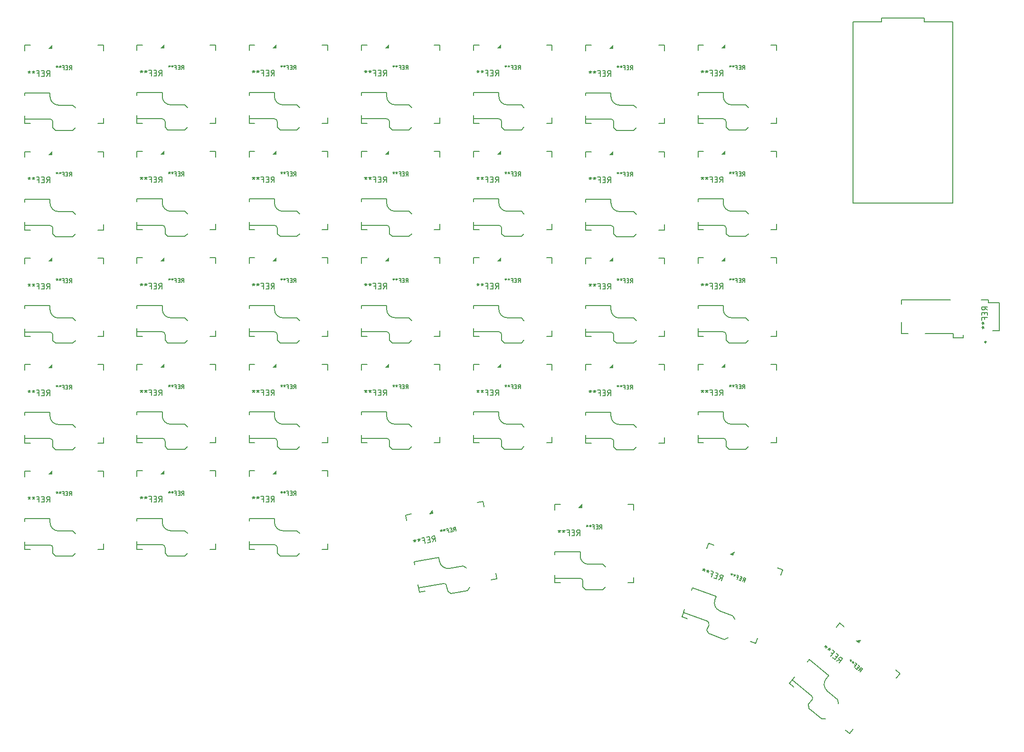
<source format=gbr>
%TF.GenerationSoftware,KiCad,Pcbnew,7.0.7*%
%TF.CreationDate,2023-09-03T20:27:55-07:00*%
%TF.ProjectId,keyboard,6b657962-6f61-4726-942e-6b696361645f,rev?*%
%TF.SameCoordinates,Original*%
%TF.FileFunction,Legend,Bot*%
%TF.FilePolarity,Positive*%
%FSLAX46Y46*%
G04 Gerber Fmt 4.6, Leading zero omitted, Abs format (unit mm)*
G04 Created by KiCad (PCBNEW 7.0.7) date 2023-09-03 20:27:55*
%MOMM*%
%LPD*%
G01*
G04 APERTURE LIST*
%ADD10C,0.150000*%
%ADD11C,0.127000*%
%ADD12C,0.250000*%
%ADD13C,0.100000*%
G04 APERTURE END LIST*
D10*
X224611338Y-72322289D02*
X224133584Y-71987861D01*
X224611338Y-71748984D02*
X223608055Y-71748984D01*
X223608055Y-71748984D02*
X223608055Y-72131187D01*
X223608055Y-72131187D02*
X223655830Y-72226738D01*
X223655830Y-72226738D02*
X223703606Y-72274514D01*
X223703606Y-72274514D02*
X223799156Y-72322289D01*
X223799156Y-72322289D02*
X223942483Y-72322289D01*
X223942483Y-72322289D02*
X224038033Y-72274514D01*
X224038033Y-72274514D02*
X224085809Y-72226738D01*
X224085809Y-72226738D02*
X224133584Y-72131187D01*
X224133584Y-72131187D02*
X224133584Y-71748984D01*
X224085809Y-72752267D02*
X224085809Y-73086695D01*
X224611338Y-73230021D02*
X224611338Y-72752267D01*
X224611338Y-72752267D02*
X223608055Y-72752267D01*
X223608055Y-72752267D02*
X223608055Y-73230021D01*
X224085809Y-73994427D02*
X224085809Y-73659999D01*
X224611338Y-73659999D02*
X223608055Y-73659999D01*
X223608055Y-73659999D02*
X223608055Y-74137753D01*
X223608055Y-74663283D02*
X223846932Y-74663283D01*
X223751381Y-74424406D02*
X223846932Y-74663283D01*
X223846932Y-74663283D02*
X223751381Y-74902159D01*
X224038033Y-74519956D02*
X223846932Y-74663283D01*
X223846932Y-74663283D02*
X224038033Y-74806609D01*
X223608055Y-75427689D02*
X223846932Y-75427689D01*
X223751381Y-75188812D02*
X223846932Y-75427689D01*
X223846932Y-75427689D02*
X223751381Y-75666565D01*
X224038033Y-75284362D02*
X223846932Y-75427689D01*
X223846932Y-75427689D02*
X224038033Y-75571015D01*
X96888333Y-87549819D02*
X97221666Y-87073628D01*
X97459761Y-87549819D02*
X97459761Y-86549819D01*
X97459761Y-86549819D02*
X97078809Y-86549819D01*
X97078809Y-86549819D02*
X96983571Y-86597438D01*
X96983571Y-86597438D02*
X96935952Y-86645057D01*
X96935952Y-86645057D02*
X96888333Y-86740295D01*
X96888333Y-86740295D02*
X96888333Y-86883152D01*
X96888333Y-86883152D02*
X96935952Y-86978390D01*
X96935952Y-86978390D02*
X96983571Y-87026009D01*
X96983571Y-87026009D02*
X97078809Y-87073628D01*
X97078809Y-87073628D02*
X97459761Y-87073628D01*
X96459761Y-87026009D02*
X96126428Y-87026009D01*
X95983571Y-87549819D02*
X96459761Y-87549819D01*
X96459761Y-87549819D02*
X96459761Y-86549819D01*
X96459761Y-86549819D02*
X95983571Y-86549819D01*
X95221666Y-87026009D02*
X95554999Y-87026009D01*
X95554999Y-87549819D02*
X95554999Y-86549819D01*
X95554999Y-86549819D02*
X95078809Y-86549819D01*
X94554999Y-86549819D02*
X94554999Y-86787914D01*
X94793094Y-86692676D02*
X94554999Y-86787914D01*
X94554999Y-86787914D02*
X94316904Y-86692676D01*
X94697856Y-86978390D02*
X94554999Y-86787914D01*
X94554999Y-86787914D02*
X94412142Y-86978390D01*
X93793094Y-86549819D02*
X93793094Y-86787914D01*
X94031189Y-86692676D02*
X93793094Y-86787914D01*
X93793094Y-86787914D02*
X93554999Y-86692676D01*
X93935951Y-86978390D02*
X93793094Y-86787914D01*
X93793094Y-86787914D02*
X93650237Y-86978390D01*
X176687364Y-120445485D02*
X177163461Y-120112019D01*
X177224331Y-120640925D02*
X177566351Y-119701233D01*
X177566351Y-119701233D02*
X177208373Y-119570939D01*
X177208373Y-119570939D02*
X177102592Y-119583113D01*
X177102592Y-119583113D02*
X177041558Y-119611574D01*
X177041558Y-119611574D02*
X176964237Y-119684782D01*
X176964237Y-119684782D02*
X176915377Y-119819024D01*
X176915377Y-119819024D02*
X176927551Y-119924805D01*
X176927551Y-119924805D02*
X176956012Y-119985839D01*
X176956012Y-119985839D02*
X177029219Y-120063159D01*
X177029219Y-120063159D02*
X177387198Y-120193453D01*
X176463792Y-119806685D02*
X176150561Y-119692679D01*
X175837165Y-120136039D02*
X176284638Y-120298905D01*
X176284638Y-120298905D02*
X176626658Y-119359213D01*
X176626658Y-119359213D02*
X176179186Y-119196346D01*
X175300363Y-119383232D02*
X175613593Y-119497239D01*
X175434440Y-119989459D02*
X175776460Y-119049766D01*
X175776460Y-119049766D02*
X175328987Y-118886899D01*
X174836767Y-118707746D02*
X174755334Y-118931482D01*
X175011644Y-118923421D02*
X174755334Y-118931482D01*
X174755334Y-118931482D02*
X174564171Y-118760554D01*
X174824429Y-119159331D02*
X174755334Y-118931482D01*
X174755334Y-118931482D02*
X174555946Y-119061611D01*
X174120811Y-118447159D02*
X174039378Y-118670895D01*
X174295687Y-118662834D02*
X174039378Y-118670895D01*
X174039378Y-118670895D02*
X173848215Y-118499967D01*
X174108473Y-118898744D02*
X174039378Y-118670895D01*
X174039378Y-118670895D02*
X173839989Y-118801024D01*
X136888333Y-49549819D02*
X137221666Y-49073628D01*
X137459761Y-49549819D02*
X137459761Y-48549819D01*
X137459761Y-48549819D02*
X137078809Y-48549819D01*
X137078809Y-48549819D02*
X136983571Y-48597438D01*
X136983571Y-48597438D02*
X136935952Y-48645057D01*
X136935952Y-48645057D02*
X136888333Y-48740295D01*
X136888333Y-48740295D02*
X136888333Y-48883152D01*
X136888333Y-48883152D02*
X136935952Y-48978390D01*
X136935952Y-48978390D02*
X136983571Y-49026009D01*
X136983571Y-49026009D02*
X137078809Y-49073628D01*
X137078809Y-49073628D02*
X137459761Y-49073628D01*
X136459761Y-49026009D02*
X136126428Y-49026009D01*
X135983571Y-49549819D02*
X136459761Y-49549819D01*
X136459761Y-49549819D02*
X136459761Y-48549819D01*
X136459761Y-48549819D02*
X135983571Y-48549819D01*
X135221666Y-49026009D02*
X135554999Y-49026009D01*
X135554999Y-49549819D02*
X135554999Y-48549819D01*
X135554999Y-48549819D02*
X135078809Y-48549819D01*
X134554999Y-48549819D02*
X134554999Y-48787914D01*
X134793094Y-48692676D02*
X134554999Y-48787914D01*
X134554999Y-48787914D02*
X134316904Y-48692676D01*
X134697856Y-48978390D02*
X134554999Y-48787914D01*
X134554999Y-48787914D02*
X134412142Y-48978390D01*
X133793094Y-48549819D02*
X133793094Y-48787914D01*
X134031189Y-48692676D02*
X133793094Y-48787914D01*
X133793094Y-48787914D02*
X133554999Y-48692676D01*
X133935951Y-48978390D02*
X133793094Y-48787914D01*
X133793094Y-48787914D02*
X133650237Y-48978390D01*
X56888333Y-68599819D02*
X57221666Y-68123628D01*
X57459761Y-68599819D02*
X57459761Y-67599819D01*
X57459761Y-67599819D02*
X57078809Y-67599819D01*
X57078809Y-67599819D02*
X56983571Y-67647438D01*
X56983571Y-67647438D02*
X56935952Y-67695057D01*
X56935952Y-67695057D02*
X56888333Y-67790295D01*
X56888333Y-67790295D02*
X56888333Y-67933152D01*
X56888333Y-67933152D02*
X56935952Y-68028390D01*
X56935952Y-68028390D02*
X56983571Y-68076009D01*
X56983571Y-68076009D02*
X57078809Y-68123628D01*
X57078809Y-68123628D02*
X57459761Y-68123628D01*
X56459761Y-68076009D02*
X56126428Y-68076009D01*
X55983571Y-68599819D02*
X56459761Y-68599819D01*
X56459761Y-68599819D02*
X56459761Y-67599819D01*
X56459761Y-67599819D02*
X55983571Y-67599819D01*
X55221666Y-68076009D02*
X55554999Y-68076009D01*
X55554999Y-68599819D02*
X55554999Y-67599819D01*
X55554999Y-67599819D02*
X55078809Y-67599819D01*
X54554999Y-67599819D02*
X54554999Y-67837914D01*
X54793094Y-67742676D02*
X54554999Y-67837914D01*
X54554999Y-67837914D02*
X54316904Y-67742676D01*
X54697856Y-68028390D02*
X54554999Y-67837914D01*
X54554999Y-67837914D02*
X54412142Y-68028390D01*
X53793094Y-67599819D02*
X53793094Y-67837914D01*
X54031189Y-67742676D02*
X53793094Y-67837914D01*
X53793094Y-67837914D02*
X53554999Y-67742676D01*
X53935951Y-68028390D02*
X53793094Y-67837914D01*
X53793094Y-67837914D02*
X53650237Y-68028390D01*
X76888333Y-30549819D02*
X77221666Y-30073628D01*
X77459761Y-30549819D02*
X77459761Y-29549819D01*
X77459761Y-29549819D02*
X77078809Y-29549819D01*
X77078809Y-29549819D02*
X76983571Y-29597438D01*
X76983571Y-29597438D02*
X76935952Y-29645057D01*
X76935952Y-29645057D02*
X76888333Y-29740295D01*
X76888333Y-29740295D02*
X76888333Y-29883152D01*
X76888333Y-29883152D02*
X76935952Y-29978390D01*
X76935952Y-29978390D02*
X76983571Y-30026009D01*
X76983571Y-30026009D02*
X77078809Y-30073628D01*
X77078809Y-30073628D02*
X77459761Y-30073628D01*
X76459761Y-30026009D02*
X76126428Y-30026009D01*
X75983571Y-30549819D02*
X76459761Y-30549819D01*
X76459761Y-30549819D02*
X76459761Y-29549819D01*
X76459761Y-29549819D02*
X75983571Y-29549819D01*
X75221666Y-30026009D02*
X75554999Y-30026009D01*
X75554999Y-30549819D02*
X75554999Y-29549819D01*
X75554999Y-29549819D02*
X75078809Y-29549819D01*
X74554999Y-29549819D02*
X74554999Y-29787914D01*
X74793094Y-29692676D02*
X74554999Y-29787914D01*
X74554999Y-29787914D02*
X74316904Y-29692676D01*
X74697856Y-29978390D02*
X74554999Y-29787914D01*
X74554999Y-29787914D02*
X74412142Y-29978390D01*
X73793094Y-29549819D02*
X73793094Y-29787914D01*
X74031189Y-29692676D02*
X73793094Y-29787914D01*
X73793094Y-29787914D02*
X73554999Y-29692676D01*
X73935951Y-29978390D02*
X73793094Y-29787914D01*
X73793094Y-29787914D02*
X73650237Y-29978390D01*
X125695350Y-113695020D02*
X125940930Y-113168181D01*
X126258097Y-113595792D02*
X126084449Y-112610985D01*
X126084449Y-112610985D02*
X125709284Y-112677136D01*
X125709284Y-112677136D02*
X125623762Y-112740570D01*
X125623762Y-112740570D02*
X125585135Y-112795734D01*
X125585135Y-112795734D02*
X125554778Y-112897795D01*
X125554778Y-112897795D02*
X125579584Y-113038481D01*
X125579584Y-113038481D02*
X125643018Y-113124004D01*
X125643018Y-113124004D02*
X125698183Y-113162630D01*
X125698183Y-113162630D02*
X125800243Y-113192988D01*
X125800243Y-113192988D02*
X126175408Y-113126836D01*
X125182331Y-113253589D02*
X124854062Y-113311472D01*
X124804333Y-113852130D02*
X125273289Y-113769441D01*
X125273289Y-113769441D02*
X125099641Y-112784633D01*
X125099641Y-112784633D02*
X124630685Y-112867322D01*
X123963045Y-113468582D02*
X124291314Y-113410699D01*
X124382273Y-113926551D02*
X124208625Y-112941743D01*
X124208625Y-112941743D02*
X123739669Y-113024433D01*
X123223817Y-113115391D02*
X123265161Y-113349869D01*
X123483102Y-113214733D02*
X123265161Y-113349869D01*
X123265161Y-113349869D02*
X123014146Y-113297423D01*
X123438924Y-113512645D02*
X123265161Y-113349869D01*
X123265161Y-113349869D02*
X123157551Y-113562259D01*
X122473487Y-113247695D02*
X122514832Y-113482173D01*
X122732772Y-113347037D02*
X122514832Y-113482173D01*
X122514832Y-113482173D02*
X122263816Y-113429726D01*
X122688594Y-113644948D02*
X122514832Y-113482173D01*
X122514832Y-113482173D02*
X122407221Y-113694562D01*
X136888333Y-87549819D02*
X137221666Y-87073628D01*
X137459761Y-87549819D02*
X137459761Y-86549819D01*
X137459761Y-86549819D02*
X137078809Y-86549819D01*
X137078809Y-86549819D02*
X136983571Y-86597438D01*
X136983571Y-86597438D02*
X136935952Y-86645057D01*
X136935952Y-86645057D02*
X136888333Y-86740295D01*
X136888333Y-86740295D02*
X136888333Y-86883152D01*
X136888333Y-86883152D02*
X136935952Y-86978390D01*
X136935952Y-86978390D02*
X136983571Y-87026009D01*
X136983571Y-87026009D02*
X137078809Y-87073628D01*
X137078809Y-87073628D02*
X137459761Y-87073628D01*
X136459761Y-87026009D02*
X136126428Y-87026009D01*
X135983571Y-87549819D02*
X136459761Y-87549819D01*
X136459761Y-87549819D02*
X136459761Y-86549819D01*
X136459761Y-86549819D02*
X135983571Y-86549819D01*
X135221666Y-87026009D02*
X135554999Y-87026009D01*
X135554999Y-87549819D02*
X135554999Y-86549819D01*
X135554999Y-86549819D02*
X135078809Y-86549819D01*
X134554999Y-86549819D02*
X134554999Y-86787914D01*
X134793094Y-86692676D02*
X134554999Y-86787914D01*
X134554999Y-86787914D02*
X134316904Y-86692676D01*
X134697856Y-86978390D02*
X134554999Y-86787914D01*
X134554999Y-86787914D02*
X134412142Y-86978390D01*
X133793094Y-86549819D02*
X133793094Y-86787914D01*
X134031189Y-86692676D02*
X133793094Y-86787914D01*
X133793094Y-86787914D02*
X133554999Y-86692676D01*
X133935951Y-86978390D02*
X133793094Y-86787914D01*
X133793094Y-86787914D02*
X133650237Y-86978390D01*
X96888333Y-30549819D02*
X97221666Y-30073628D01*
X97459761Y-30549819D02*
X97459761Y-29549819D01*
X97459761Y-29549819D02*
X97078809Y-29549819D01*
X97078809Y-29549819D02*
X96983571Y-29597438D01*
X96983571Y-29597438D02*
X96935952Y-29645057D01*
X96935952Y-29645057D02*
X96888333Y-29740295D01*
X96888333Y-29740295D02*
X96888333Y-29883152D01*
X96888333Y-29883152D02*
X96935952Y-29978390D01*
X96935952Y-29978390D02*
X96983571Y-30026009D01*
X96983571Y-30026009D02*
X97078809Y-30073628D01*
X97078809Y-30073628D02*
X97459761Y-30073628D01*
X96459761Y-30026009D02*
X96126428Y-30026009D01*
X95983571Y-30549819D02*
X96459761Y-30549819D01*
X96459761Y-30549819D02*
X96459761Y-29549819D01*
X96459761Y-29549819D02*
X95983571Y-29549819D01*
X95221666Y-30026009D02*
X95554999Y-30026009D01*
X95554999Y-30549819D02*
X95554999Y-29549819D01*
X95554999Y-29549819D02*
X95078809Y-29549819D01*
X94554999Y-29549819D02*
X94554999Y-29787914D01*
X94793094Y-29692676D02*
X94554999Y-29787914D01*
X94554999Y-29787914D02*
X94316904Y-29692676D01*
X94697856Y-29978390D02*
X94554999Y-29787914D01*
X94554999Y-29787914D02*
X94412142Y-29978390D01*
X93793094Y-29549819D02*
X93793094Y-29787914D01*
X94031189Y-29692676D02*
X93793094Y-29787914D01*
X93793094Y-29787914D02*
X93554999Y-29692676D01*
X93935951Y-29978390D02*
X93793094Y-29787914D01*
X93793094Y-29787914D02*
X93650237Y-29978390D01*
X76888333Y-68549819D02*
X77221666Y-68073628D01*
X77459761Y-68549819D02*
X77459761Y-67549819D01*
X77459761Y-67549819D02*
X77078809Y-67549819D01*
X77078809Y-67549819D02*
X76983571Y-67597438D01*
X76983571Y-67597438D02*
X76935952Y-67645057D01*
X76935952Y-67645057D02*
X76888333Y-67740295D01*
X76888333Y-67740295D02*
X76888333Y-67883152D01*
X76888333Y-67883152D02*
X76935952Y-67978390D01*
X76935952Y-67978390D02*
X76983571Y-68026009D01*
X76983571Y-68026009D02*
X77078809Y-68073628D01*
X77078809Y-68073628D02*
X77459761Y-68073628D01*
X76459761Y-68026009D02*
X76126428Y-68026009D01*
X75983571Y-68549819D02*
X76459761Y-68549819D01*
X76459761Y-68549819D02*
X76459761Y-67549819D01*
X76459761Y-67549819D02*
X75983571Y-67549819D01*
X75221666Y-68026009D02*
X75554999Y-68026009D01*
X75554999Y-68549819D02*
X75554999Y-67549819D01*
X75554999Y-67549819D02*
X75078809Y-67549819D01*
X74554999Y-67549819D02*
X74554999Y-67787914D01*
X74793094Y-67692676D02*
X74554999Y-67787914D01*
X74554999Y-67787914D02*
X74316904Y-67692676D01*
X74697856Y-67978390D02*
X74554999Y-67787914D01*
X74554999Y-67787914D02*
X74412142Y-67978390D01*
X73793094Y-67549819D02*
X73793094Y-67787914D01*
X74031189Y-67692676D02*
X73793094Y-67787914D01*
X73793094Y-67787914D02*
X73554999Y-67692676D01*
X73935951Y-67978390D02*
X73793094Y-67787914D01*
X73793094Y-67787914D02*
X73650237Y-67978390D01*
X156888333Y-68599819D02*
X157221666Y-68123628D01*
X157459761Y-68599819D02*
X157459761Y-67599819D01*
X157459761Y-67599819D02*
X157078809Y-67599819D01*
X157078809Y-67599819D02*
X156983571Y-67647438D01*
X156983571Y-67647438D02*
X156935952Y-67695057D01*
X156935952Y-67695057D02*
X156888333Y-67790295D01*
X156888333Y-67790295D02*
X156888333Y-67933152D01*
X156888333Y-67933152D02*
X156935952Y-68028390D01*
X156935952Y-68028390D02*
X156983571Y-68076009D01*
X156983571Y-68076009D02*
X157078809Y-68123628D01*
X157078809Y-68123628D02*
X157459761Y-68123628D01*
X156459761Y-68076009D02*
X156126428Y-68076009D01*
X155983571Y-68599819D02*
X156459761Y-68599819D01*
X156459761Y-68599819D02*
X156459761Y-67599819D01*
X156459761Y-67599819D02*
X155983571Y-67599819D01*
X155221666Y-68076009D02*
X155554999Y-68076009D01*
X155554999Y-68599819D02*
X155554999Y-67599819D01*
X155554999Y-67599819D02*
X155078809Y-67599819D01*
X154554999Y-67599819D02*
X154554999Y-67837914D01*
X154793094Y-67742676D02*
X154554999Y-67837914D01*
X154554999Y-67837914D02*
X154316904Y-67742676D01*
X154697856Y-68028390D02*
X154554999Y-67837914D01*
X154554999Y-67837914D02*
X154412142Y-68028390D01*
X153793094Y-67599819D02*
X153793094Y-67837914D01*
X154031189Y-67742676D02*
X153793094Y-67837914D01*
X153793094Y-67837914D02*
X153554999Y-67742676D01*
X153935951Y-68028390D02*
X153793094Y-67837914D01*
X153793094Y-67837914D02*
X153650237Y-68028390D01*
X56888333Y-87599819D02*
X57221666Y-87123628D01*
X57459761Y-87599819D02*
X57459761Y-86599819D01*
X57459761Y-86599819D02*
X57078809Y-86599819D01*
X57078809Y-86599819D02*
X56983571Y-86647438D01*
X56983571Y-86647438D02*
X56935952Y-86695057D01*
X56935952Y-86695057D02*
X56888333Y-86790295D01*
X56888333Y-86790295D02*
X56888333Y-86933152D01*
X56888333Y-86933152D02*
X56935952Y-87028390D01*
X56935952Y-87028390D02*
X56983571Y-87076009D01*
X56983571Y-87076009D02*
X57078809Y-87123628D01*
X57078809Y-87123628D02*
X57459761Y-87123628D01*
X56459761Y-87076009D02*
X56126428Y-87076009D01*
X55983571Y-87599819D02*
X56459761Y-87599819D01*
X56459761Y-87599819D02*
X56459761Y-86599819D01*
X56459761Y-86599819D02*
X55983571Y-86599819D01*
X55221666Y-87076009D02*
X55554999Y-87076009D01*
X55554999Y-87599819D02*
X55554999Y-86599819D01*
X55554999Y-86599819D02*
X55078809Y-86599819D01*
X54554999Y-86599819D02*
X54554999Y-86837914D01*
X54793094Y-86742676D02*
X54554999Y-86837914D01*
X54554999Y-86837914D02*
X54316904Y-86742676D01*
X54697856Y-87028390D02*
X54554999Y-86837914D01*
X54554999Y-86837914D02*
X54412142Y-87028390D01*
X53793094Y-86599819D02*
X53793094Y-86837914D01*
X54031189Y-86742676D02*
X53793094Y-86837914D01*
X53793094Y-86837914D02*
X53554999Y-86742676D01*
X53935951Y-87028390D02*
X53793094Y-86837914D01*
X53793094Y-86837914D02*
X53650237Y-87028390D01*
X116888333Y-68549819D02*
X117221666Y-68073628D01*
X117459761Y-68549819D02*
X117459761Y-67549819D01*
X117459761Y-67549819D02*
X117078809Y-67549819D01*
X117078809Y-67549819D02*
X116983571Y-67597438D01*
X116983571Y-67597438D02*
X116935952Y-67645057D01*
X116935952Y-67645057D02*
X116888333Y-67740295D01*
X116888333Y-67740295D02*
X116888333Y-67883152D01*
X116888333Y-67883152D02*
X116935952Y-67978390D01*
X116935952Y-67978390D02*
X116983571Y-68026009D01*
X116983571Y-68026009D02*
X117078809Y-68073628D01*
X117078809Y-68073628D02*
X117459761Y-68073628D01*
X116459761Y-68026009D02*
X116126428Y-68026009D01*
X115983571Y-68549819D02*
X116459761Y-68549819D01*
X116459761Y-68549819D02*
X116459761Y-67549819D01*
X116459761Y-67549819D02*
X115983571Y-67549819D01*
X115221666Y-68026009D02*
X115554999Y-68026009D01*
X115554999Y-68549819D02*
X115554999Y-67549819D01*
X115554999Y-67549819D02*
X115078809Y-67549819D01*
X114554999Y-67549819D02*
X114554999Y-67787914D01*
X114793094Y-67692676D02*
X114554999Y-67787914D01*
X114554999Y-67787914D02*
X114316904Y-67692676D01*
X114697856Y-67978390D02*
X114554999Y-67787914D01*
X114554999Y-67787914D02*
X114412142Y-67978390D01*
X113793094Y-67549819D02*
X113793094Y-67787914D01*
X114031189Y-67692676D02*
X113793094Y-67787914D01*
X113793094Y-67787914D02*
X113554999Y-67692676D01*
X113935951Y-67978390D02*
X113793094Y-67787914D01*
X113793094Y-67787914D02*
X113650237Y-67978390D01*
X176888333Y-87549819D02*
X177221666Y-87073628D01*
X177459761Y-87549819D02*
X177459761Y-86549819D01*
X177459761Y-86549819D02*
X177078809Y-86549819D01*
X177078809Y-86549819D02*
X176983571Y-86597438D01*
X176983571Y-86597438D02*
X176935952Y-86645057D01*
X176935952Y-86645057D02*
X176888333Y-86740295D01*
X176888333Y-86740295D02*
X176888333Y-86883152D01*
X176888333Y-86883152D02*
X176935952Y-86978390D01*
X176935952Y-86978390D02*
X176983571Y-87026009D01*
X176983571Y-87026009D02*
X177078809Y-87073628D01*
X177078809Y-87073628D02*
X177459761Y-87073628D01*
X176459761Y-87026009D02*
X176126428Y-87026009D01*
X175983571Y-87549819D02*
X176459761Y-87549819D01*
X176459761Y-87549819D02*
X176459761Y-86549819D01*
X176459761Y-86549819D02*
X175983571Y-86549819D01*
X175221666Y-87026009D02*
X175554999Y-87026009D01*
X175554999Y-87549819D02*
X175554999Y-86549819D01*
X175554999Y-86549819D02*
X175078809Y-86549819D01*
X174554999Y-86549819D02*
X174554999Y-86787914D01*
X174793094Y-86692676D02*
X174554999Y-86787914D01*
X174554999Y-86787914D02*
X174316904Y-86692676D01*
X174697856Y-86978390D02*
X174554999Y-86787914D01*
X174554999Y-86787914D02*
X174412142Y-86978390D01*
X173793094Y-86549819D02*
X173793094Y-86787914D01*
X174031189Y-86692676D02*
X173793094Y-86787914D01*
X173793094Y-86787914D02*
X173554999Y-86692676D01*
X173935951Y-86978390D02*
X173793094Y-86787914D01*
X173793094Y-86787914D02*
X173650237Y-86978390D01*
X116888333Y-30549819D02*
X117221666Y-30073628D01*
X117459761Y-30549819D02*
X117459761Y-29549819D01*
X117459761Y-29549819D02*
X117078809Y-29549819D01*
X117078809Y-29549819D02*
X116983571Y-29597438D01*
X116983571Y-29597438D02*
X116935952Y-29645057D01*
X116935952Y-29645057D02*
X116888333Y-29740295D01*
X116888333Y-29740295D02*
X116888333Y-29883152D01*
X116888333Y-29883152D02*
X116935952Y-29978390D01*
X116935952Y-29978390D02*
X116983571Y-30026009D01*
X116983571Y-30026009D02*
X117078809Y-30073628D01*
X117078809Y-30073628D02*
X117459761Y-30073628D01*
X116459761Y-30026009D02*
X116126428Y-30026009D01*
X115983571Y-30549819D02*
X116459761Y-30549819D01*
X116459761Y-30549819D02*
X116459761Y-29549819D01*
X116459761Y-29549819D02*
X115983571Y-29549819D01*
X115221666Y-30026009D02*
X115554999Y-30026009D01*
X115554999Y-30549819D02*
X115554999Y-29549819D01*
X115554999Y-29549819D02*
X115078809Y-29549819D01*
X114554999Y-29549819D02*
X114554999Y-29787914D01*
X114793094Y-29692676D02*
X114554999Y-29787914D01*
X114554999Y-29787914D02*
X114316904Y-29692676D01*
X114697856Y-29978390D02*
X114554999Y-29787914D01*
X114554999Y-29787914D02*
X114412142Y-29978390D01*
X113793094Y-29549819D02*
X113793094Y-29787914D01*
X114031189Y-29692676D02*
X113793094Y-29787914D01*
X113793094Y-29787914D02*
X113554999Y-29692676D01*
X113935951Y-29978390D02*
X113793094Y-29787914D01*
X113793094Y-29787914D02*
X113650237Y-29978390D01*
X56888333Y-106599819D02*
X57221666Y-106123628D01*
X57459761Y-106599819D02*
X57459761Y-105599819D01*
X57459761Y-105599819D02*
X57078809Y-105599819D01*
X57078809Y-105599819D02*
X56983571Y-105647438D01*
X56983571Y-105647438D02*
X56935952Y-105695057D01*
X56935952Y-105695057D02*
X56888333Y-105790295D01*
X56888333Y-105790295D02*
X56888333Y-105933152D01*
X56888333Y-105933152D02*
X56935952Y-106028390D01*
X56935952Y-106028390D02*
X56983571Y-106076009D01*
X56983571Y-106076009D02*
X57078809Y-106123628D01*
X57078809Y-106123628D02*
X57459761Y-106123628D01*
X56459761Y-106076009D02*
X56126428Y-106076009D01*
X55983571Y-106599819D02*
X56459761Y-106599819D01*
X56459761Y-106599819D02*
X56459761Y-105599819D01*
X56459761Y-105599819D02*
X55983571Y-105599819D01*
X55221666Y-106076009D02*
X55554999Y-106076009D01*
X55554999Y-106599819D02*
X55554999Y-105599819D01*
X55554999Y-105599819D02*
X55078809Y-105599819D01*
X54554999Y-105599819D02*
X54554999Y-105837914D01*
X54793094Y-105742676D02*
X54554999Y-105837914D01*
X54554999Y-105837914D02*
X54316904Y-105742676D01*
X54697856Y-106028390D02*
X54554999Y-105837914D01*
X54554999Y-105837914D02*
X54412142Y-106028390D01*
X53793094Y-105599819D02*
X53793094Y-105837914D01*
X54031189Y-105742676D02*
X53793094Y-105837914D01*
X53793094Y-105837914D02*
X53554999Y-105742676D01*
X53935951Y-106028390D02*
X53793094Y-105837914D01*
X53793094Y-105837914D02*
X53650237Y-106028390D01*
X56888333Y-49599819D02*
X57221666Y-49123628D01*
X57459761Y-49599819D02*
X57459761Y-48599819D01*
X57459761Y-48599819D02*
X57078809Y-48599819D01*
X57078809Y-48599819D02*
X56983571Y-48647438D01*
X56983571Y-48647438D02*
X56935952Y-48695057D01*
X56935952Y-48695057D02*
X56888333Y-48790295D01*
X56888333Y-48790295D02*
X56888333Y-48933152D01*
X56888333Y-48933152D02*
X56935952Y-49028390D01*
X56935952Y-49028390D02*
X56983571Y-49076009D01*
X56983571Y-49076009D02*
X57078809Y-49123628D01*
X57078809Y-49123628D02*
X57459761Y-49123628D01*
X56459761Y-49076009D02*
X56126428Y-49076009D01*
X55983571Y-49599819D02*
X56459761Y-49599819D01*
X56459761Y-49599819D02*
X56459761Y-48599819D01*
X56459761Y-48599819D02*
X55983571Y-48599819D01*
X55221666Y-49076009D02*
X55554999Y-49076009D01*
X55554999Y-49599819D02*
X55554999Y-48599819D01*
X55554999Y-48599819D02*
X55078809Y-48599819D01*
X54554999Y-48599819D02*
X54554999Y-48837914D01*
X54793094Y-48742676D02*
X54554999Y-48837914D01*
X54554999Y-48837914D02*
X54316904Y-48742676D01*
X54697856Y-49028390D02*
X54554999Y-48837914D01*
X54554999Y-48837914D02*
X54412142Y-49028390D01*
X53793094Y-48599819D02*
X53793094Y-48837914D01*
X54031189Y-48742676D02*
X53793094Y-48837914D01*
X53793094Y-48837914D02*
X53554999Y-48742676D01*
X53935951Y-49028390D02*
X53793094Y-48837914D01*
X53793094Y-48837914D02*
X53650237Y-49028390D01*
X176888333Y-49549819D02*
X177221666Y-49073628D01*
X177459761Y-49549819D02*
X177459761Y-48549819D01*
X177459761Y-48549819D02*
X177078809Y-48549819D01*
X177078809Y-48549819D02*
X176983571Y-48597438D01*
X176983571Y-48597438D02*
X176935952Y-48645057D01*
X176935952Y-48645057D02*
X176888333Y-48740295D01*
X176888333Y-48740295D02*
X176888333Y-48883152D01*
X176888333Y-48883152D02*
X176935952Y-48978390D01*
X176935952Y-48978390D02*
X176983571Y-49026009D01*
X176983571Y-49026009D02*
X177078809Y-49073628D01*
X177078809Y-49073628D02*
X177459761Y-49073628D01*
X176459761Y-49026009D02*
X176126428Y-49026009D01*
X175983571Y-49549819D02*
X176459761Y-49549819D01*
X176459761Y-49549819D02*
X176459761Y-48549819D01*
X176459761Y-48549819D02*
X175983571Y-48549819D01*
X175221666Y-49026009D02*
X175554999Y-49026009D01*
X175554999Y-49549819D02*
X175554999Y-48549819D01*
X175554999Y-48549819D02*
X175078809Y-48549819D01*
X174554999Y-48549819D02*
X174554999Y-48787914D01*
X174793094Y-48692676D02*
X174554999Y-48787914D01*
X174554999Y-48787914D02*
X174316904Y-48692676D01*
X174697856Y-48978390D02*
X174554999Y-48787914D01*
X174554999Y-48787914D02*
X174412142Y-48978390D01*
X173793094Y-48549819D02*
X173793094Y-48787914D01*
X174031189Y-48692676D02*
X173793094Y-48787914D01*
X173793094Y-48787914D02*
X173554999Y-48692676D01*
X173935951Y-48978390D02*
X173793094Y-48787914D01*
X173793094Y-48787914D02*
X173650237Y-48978390D01*
X96888333Y-106549819D02*
X97221666Y-106073628D01*
X97459761Y-106549819D02*
X97459761Y-105549819D01*
X97459761Y-105549819D02*
X97078809Y-105549819D01*
X97078809Y-105549819D02*
X96983571Y-105597438D01*
X96983571Y-105597438D02*
X96935952Y-105645057D01*
X96935952Y-105645057D02*
X96888333Y-105740295D01*
X96888333Y-105740295D02*
X96888333Y-105883152D01*
X96888333Y-105883152D02*
X96935952Y-105978390D01*
X96935952Y-105978390D02*
X96983571Y-106026009D01*
X96983571Y-106026009D02*
X97078809Y-106073628D01*
X97078809Y-106073628D02*
X97459761Y-106073628D01*
X96459761Y-106026009D02*
X96126428Y-106026009D01*
X95983571Y-106549819D02*
X96459761Y-106549819D01*
X96459761Y-106549819D02*
X96459761Y-105549819D01*
X96459761Y-105549819D02*
X95983571Y-105549819D01*
X95221666Y-106026009D02*
X95554999Y-106026009D01*
X95554999Y-106549819D02*
X95554999Y-105549819D01*
X95554999Y-105549819D02*
X95078809Y-105549819D01*
X94554999Y-105549819D02*
X94554999Y-105787914D01*
X94793094Y-105692676D02*
X94554999Y-105787914D01*
X94554999Y-105787914D02*
X94316904Y-105692676D01*
X94697856Y-105978390D02*
X94554999Y-105787914D01*
X94554999Y-105787914D02*
X94412142Y-105978390D01*
X93793094Y-105549819D02*
X93793094Y-105787914D01*
X94031189Y-105692676D02*
X93793094Y-105787914D01*
X93793094Y-105787914D02*
X93554999Y-105692676D01*
X93935951Y-105978390D02*
X93793094Y-105787914D01*
X93793094Y-105787914D02*
X93650237Y-105978390D01*
X176888333Y-30549819D02*
X177221666Y-30073628D01*
X177459761Y-30549819D02*
X177459761Y-29549819D01*
X177459761Y-29549819D02*
X177078809Y-29549819D01*
X177078809Y-29549819D02*
X176983571Y-29597438D01*
X176983571Y-29597438D02*
X176935952Y-29645057D01*
X176935952Y-29645057D02*
X176888333Y-29740295D01*
X176888333Y-29740295D02*
X176888333Y-29883152D01*
X176888333Y-29883152D02*
X176935952Y-29978390D01*
X176935952Y-29978390D02*
X176983571Y-30026009D01*
X176983571Y-30026009D02*
X177078809Y-30073628D01*
X177078809Y-30073628D02*
X177459761Y-30073628D01*
X176459761Y-30026009D02*
X176126428Y-30026009D01*
X175983571Y-30549819D02*
X176459761Y-30549819D01*
X176459761Y-30549819D02*
X176459761Y-29549819D01*
X176459761Y-29549819D02*
X175983571Y-29549819D01*
X175221666Y-30026009D02*
X175554999Y-30026009D01*
X175554999Y-30549819D02*
X175554999Y-29549819D01*
X175554999Y-29549819D02*
X175078809Y-29549819D01*
X174554999Y-29549819D02*
X174554999Y-29787914D01*
X174793094Y-29692676D02*
X174554999Y-29787914D01*
X174554999Y-29787914D02*
X174316904Y-29692676D01*
X174697856Y-29978390D02*
X174554999Y-29787914D01*
X174554999Y-29787914D02*
X174412142Y-29978390D01*
X173793094Y-29549819D02*
X173793094Y-29787914D01*
X174031189Y-29692676D02*
X173793094Y-29787914D01*
X173793094Y-29787914D02*
X173554999Y-29692676D01*
X173935951Y-29978390D02*
X173793094Y-29787914D01*
X173793094Y-29787914D02*
X173650237Y-29978390D01*
X76888333Y-106549819D02*
X77221666Y-106073628D01*
X77459761Y-106549819D02*
X77459761Y-105549819D01*
X77459761Y-105549819D02*
X77078809Y-105549819D01*
X77078809Y-105549819D02*
X76983571Y-105597438D01*
X76983571Y-105597438D02*
X76935952Y-105645057D01*
X76935952Y-105645057D02*
X76888333Y-105740295D01*
X76888333Y-105740295D02*
X76888333Y-105883152D01*
X76888333Y-105883152D02*
X76935952Y-105978390D01*
X76935952Y-105978390D02*
X76983571Y-106026009D01*
X76983571Y-106026009D02*
X77078809Y-106073628D01*
X77078809Y-106073628D02*
X77459761Y-106073628D01*
X76459761Y-106026009D02*
X76126428Y-106026009D01*
X75983571Y-106549819D02*
X76459761Y-106549819D01*
X76459761Y-106549819D02*
X76459761Y-105549819D01*
X76459761Y-105549819D02*
X75983571Y-105549819D01*
X75221666Y-106026009D02*
X75554999Y-106026009D01*
X75554999Y-106549819D02*
X75554999Y-105549819D01*
X75554999Y-105549819D02*
X75078809Y-105549819D01*
X74554999Y-105549819D02*
X74554999Y-105787914D01*
X74793094Y-105692676D02*
X74554999Y-105787914D01*
X74554999Y-105787914D02*
X74316904Y-105692676D01*
X74697856Y-105978390D02*
X74554999Y-105787914D01*
X74554999Y-105787914D02*
X74412142Y-105978390D01*
X73793094Y-105549819D02*
X73793094Y-105787914D01*
X74031189Y-105692676D02*
X73793094Y-105787914D01*
X73793094Y-105787914D02*
X73554999Y-105692676D01*
X73935951Y-105978390D02*
X73793094Y-105787914D01*
X73793094Y-105787914D02*
X73650237Y-105978390D01*
X156888333Y-30599819D02*
X157221666Y-30123628D01*
X157459761Y-30599819D02*
X157459761Y-29599819D01*
X157459761Y-29599819D02*
X157078809Y-29599819D01*
X157078809Y-29599819D02*
X156983571Y-29647438D01*
X156983571Y-29647438D02*
X156935952Y-29695057D01*
X156935952Y-29695057D02*
X156888333Y-29790295D01*
X156888333Y-29790295D02*
X156888333Y-29933152D01*
X156888333Y-29933152D02*
X156935952Y-30028390D01*
X156935952Y-30028390D02*
X156983571Y-30076009D01*
X156983571Y-30076009D02*
X157078809Y-30123628D01*
X157078809Y-30123628D02*
X157459761Y-30123628D01*
X156459761Y-30076009D02*
X156126428Y-30076009D01*
X155983571Y-30599819D02*
X156459761Y-30599819D01*
X156459761Y-30599819D02*
X156459761Y-29599819D01*
X156459761Y-29599819D02*
X155983571Y-29599819D01*
X155221666Y-30076009D02*
X155554999Y-30076009D01*
X155554999Y-30599819D02*
X155554999Y-29599819D01*
X155554999Y-29599819D02*
X155078809Y-29599819D01*
X154554999Y-29599819D02*
X154554999Y-29837914D01*
X154793094Y-29742676D02*
X154554999Y-29837914D01*
X154554999Y-29837914D02*
X154316904Y-29742676D01*
X154697856Y-30028390D02*
X154554999Y-29837914D01*
X154554999Y-29837914D02*
X154412142Y-30028390D01*
X153793094Y-29599819D02*
X153793094Y-29837914D01*
X154031189Y-29742676D02*
X153793094Y-29837914D01*
X153793094Y-29837914D02*
X153554999Y-29742676D01*
X153935951Y-30028390D02*
X153793094Y-29837914D01*
X153793094Y-29837914D02*
X153650237Y-30028390D01*
X197710800Y-134948036D02*
X198272237Y-134797516D01*
X198148540Y-135315343D02*
X198791327Y-134549299D01*
X198791327Y-134549299D02*
X198499501Y-134304427D01*
X198499501Y-134304427D02*
X198395935Y-134279688D01*
X198395935Y-134279688D02*
X198328848Y-134285557D01*
X198328848Y-134285557D02*
X198231152Y-134327905D01*
X198231152Y-134327905D02*
X198139325Y-134437340D01*
X198139325Y-134437340D02*
X198114585Y-134540905D01*
X198114585Y-134540905D02*
X198120455Y-134607993D01*
X198120455Y-134607993D02*
X198162802Y-134705689D01*
X198162802Y-134705689D02*
X198454629Y-134950560D01*
X197719193Y-134271294D02*
X197463845Y-134057032D01*
X197017712Y-134366466D02*
X197382495Y-134672556D01*
X197382495Y-134672556D02*
X198025283Y-133906511D01*
X198025283Y-133906511D02*
X197660500Y-133600422D01*
X196770757Y-133475462D02*
X197026106Y-133689725D01*
X196689407Y-134090986D02*
X197332195Y-133324942D01*
X197332195Y-133324942D02*
X196967412Y-133018852D01*
X196566150Y-132682154D02*
X196413106Y-132864545D01*
X196656715Y-132944633D02*
X196413106Y-132864545D01*
X196413106Y-132864545D02*
X196291932Y-132638544D01*
X196400105Y-133102285D02*
X196413106Y-132864545D01*
X196413106Y-132864545D02*
X196181235Y-132918632D01*
X195982497Y-132192411D02*
X195829453Y-132374802D01*
X196073062Y-132454890D02*
X195829453Y-132374802D01*
X195829453Y-132374802D02*
X195708279Y-132148801D01*
X195816452Y-132612542D02*
X195829453Y-132374802D01*
X195829453Y-132374802D02*
X195597582Y-132428889D01*
X156888333Y-49599819D02*
X157221666Y-49123628D01*
X157459761Y-49599819D02*
X157459761Y-48599819D01*
X157459761Y-48599819D02*
X157078809Y-48599819D01*
X157078809Y-48599819D02*
X156983571Y-48647438D01*
X156983571Y-48647438D02*
X156935952Y-48695057D01*
X156935952Y-48695057D02*
X156888333Y-48790295D01*
X156888333Y-48790295D02*
X156888333Y-48933152D01*
X156888333Y-48933152D02*
X156935952Y-49028390D01*
X156935952Y-49028390D02*
X156983571Y-49076009D01*
X156983571Y-49076009D02*
X157078809Y-49123628D01*
X157078809Y-49123628D02*
X157459761Y-49123628D01*
X156459761Y-49076009D02*
X156126428Y-49076009D01*
X155983571Y-49599819D02*
X156459761Y-49599819D01*
X156459761Y-49599819D02*
X156459761Y-48599819D01*
X156459761Y-48599819D02*
X155983571Y-48599819D01*
X155221666Y-49076009D02*
X155554999Y-49076009D01*
X155554999Y-49599819D02*
X155554999Y-48599819D01*
X155554999Y-48599819D02*
X155078809Y-48599819D01*
X154554999Y-48599819D02*
X154554999Y-48837914D01*
X154793094Y-48742676D02*
X154554999Y-48837914D01*
X154554999Y-48837914D02*
X154316904Y-48742676D01*
X154697856Y-49028390D02*
X154554999Y-48837914D01*
X154554999Y-48837914D02*
X154412142Y-49028390D01*
X153793094Y-48599819D02*
X153793094Y-48837914D01*
X154031189Y-48742676D02*
X153793094Y-48837914D01*
X153793094Y-48837914D02*
X153554999Y-48742676D01*
X153935951Y-49028390D02*
X153793094Y-48837914D01*
X153793094Y-48837914D02*
X153650237Y-49028390D01*
X96888333Y-68549819D02*
X97221666Y-68073628D01*
X97459761Y-68549819D02*
X97459761Y-67549819D01*
X97459761Y-67549819D02*
X97078809Y-67549819D01*
X97078809Y-67549819D02*
X96983571Y-67597438D01*
X96983571Y-67597438D02*
X96935952Y-67645057D01*
X96935952Y-67645057D02*
X96888333Y-67740295D01*
X96888333Y-67740295D02*
X96888333Y-67883152D01*
X96888333Y-67883152D02*
X96935952Y-67978390D01*
X96935952Y-67978390D02*
X96983571Y-68026009D01*
X96983571Y-68026009D02*
X97078809Y-68073628D01*
X97078809Y-68073628D02*
X97459761Y-68073628D01*
X96459761Y-68026009D02*
X96126428Y-68026009D01*
X95983571Y-68549819D02*
X96459761Y-68549819D01*
X96459761Y-68549819D02*
X96459761Y-67549819D01*
X96459761Y-67549819D02*
X95983571Y-67549819D01*
X95221666Y-68026009D02*
X95554999Y-68026009D01*
X95554999Y-68549819D02*
X95554999Y-67549819D01*
X95554999Y-67549819D02*
X95078809Y-67549819D01*
X94554999Y-67549819D02*
X94554999Y-67787914D01*
X94793094Y-67692676D02*
X94554999Y-67787914D01*
X94554999Y-67787914D02*
X94316904Y-67692676D01*
X94697856Y-67978390D02*
X94554999Y-67787914D01*
X94554999Y-67787914D02*
X94412142Y-67978390D01*
X93793094Y-67549819D02*
X93793094Y-67787914D01*
X94031189Y-67692676D02*
X93793094Y-67787914D01*
X93793094Y-67787914D02*
X93554999Y-67692676D01*
X93935951Y-67978390D02*
X93793094Y-67787914D01*
X93793094Y-67787914D02*
X93650237Y-67978390D01*
X136888333Y-30549819D02*
X137221666Y-30073628D01*
X137459761Y-30549819D02*
X137459761Y-29549819D01*
X137459761Y-29549819D02*
X137078809Y-29549819D01*
X137078809Y-29549819D02*
X136983571Y-29597438D01*
X136983571Y-29597438D02*
X136935952Y-29645057D01*
X136935952Y-29645057D02*
X136888333Y-29740295D01*
X136888333Y-29740295D02*
X136888333Y-29883152D01*
X136888333Y-29883152D02*
X136935952Y-29978390D01*
X136935952Y-29978390D02*
X136983571Y-30026009D01*
X136983571Y-30026009D02*
X137078809Y-30073628D01*
X137078809Y-30073628D02*
X137459761Y-30073628D01*
X136459761Y-30026009D02*
X136126428Y-30026009D01*
X135983571Y-30549819D02*
X136459761Y-30549819D01*
X136459761Y-30549819D02*
X136459761Y-29549819D01*
X136459761Y-29549819D02*
X135983571Y-29549819D01*
X135221666Y-30026009D02*
X135554999Y-30026009D01*
X135554999Y-30549819D02*
X135554999Y-29549819D01*
X135554999Y-29549819D02*
X135078809Y-29549819D01*
X134554999Y-29549819D02*
X134554999Y-29787914D01*
X134793094Y-29692676D02*
X134554999Y-29787914D01*
X134554999Y-29787914D02*
X134316904Y-29692676D01*
X134697856Y-29978390D02*
X134554999Y-29787914D01*
X134554999Y-29787914D02*
X134412142Y-29978390D01*
X133793094Y-29549819D02*
X133793094Y-29787914D01*
X134031189Y-29692676D02*
X133793094Y-29787914D01*
X133793094Y-29787914D02*
X133554999Y-29692676D01*
X133935951Y-29978390D02*
X133793094Y-29787914D01*
X133793094Y-29787914D02*
X133650237Y-29978390D01*
X76888333Y-87549819D02*
X77221666Y-87073628D01*
X77459761Y-87549819D02*
X77459761Y-86549819D01*
X77459761Y-86549819D02*
X77078809Y-86549819D01*
X77078809Y-86549819D02*
X76983571Y-86597438D01*
X76983571Y-86597438D02*
X76935952Y-86645057D01*
X76935952Y-86645057D02*
X76888333Y-86740295D01*
X76888333Y-86740295D02*
X76888333Y-86883152D01*
X76888333Y-86883152D02*
X76935952Y-86978390D01*
X76935952Y-86978390D02*
X76983571Y-87026009D01*
X76983571Y-87026009D02*
X77078809Y-87073628D01*
X77078809Y-87073628D02*
X77459761Y-87073628D01*
X76459761Y-87026009D02*
X76126428Y-87026009D01*
X75983571Y-87549819D02*
X76459761Y-87549819D01*
X76459761Y-87549819D02*
X76459761Y-86549819D01*
X76459761Y-86549819D02*
X75983571Y-86549819D01*
X75221666Y-87026009D02*
X75554999Y-87026009D01*
X75554999Y-87549819D02*
X75554999Y-86549819D01*
X75554999Y-86549819D02*
X75078809Y-86549819D01*
X74554999Y-86549819D02*
X74554999Y-86787914D01*
X74793094Y-86692676D02*
X74554999Y-86787914D01*
X74554999Y-86787914D02*
X74316904Y-86692676D01*
X74697856Y-86978390D02*
X74554999Y-86787914D01*
X74554999Y-86787914D02*
X74412142Y-86978390D01*
X73793094Y-86549819D02*
X73793094Y-86787914D01*
X74031189Y-86692676D02*
X73793094Y-86787914D01*
X73793094Y-86787914D02*
X73554999Y-86692676D01*
X73935951Y-86978390D02*
X73793094Y-86787914D01*
X73793094Y-86787914D02*
X73650237Y-86978390D01*
X176888333Y-68549819D02*
X177221666Y-68073628D01*
X177459761Y-68549819D02*
X177459761Y-67549819D01*
X177459761Y-67549819D02*
X177078809Y-67549819D01*
X177078809Y-67549819D02*
X176983571Y-67597438D01*
X176983571Y-67597438D02*
X176935952Y-67645057D01*
X176935952Y-67645057D02*
X176888333Y-67740295D01*
X176888333Y-67740295D02*
X176888333Y-67883152D01*
X176888333Y-67883152D02*
X176935952Y-67978390D01*
X176935952Y-67978390D02*
X176983571Y-68026009D01*
X176983571Y-68026009D02*
X177078809Y-68073628D01*
X177078809Y-68073628D02*
X177459761Y-68073628D01*
X176459761Y-68026009D02*
X176126428Y-68026009D01*
X175983571Y-68549819D02*
X176459761Y-68549819D01*
X176459761Y-68549819D02*
X176459761Y-67549819D01*
X176459761Y-67549819D02*
X175983571Y-67549819D01*
X175221666Y-68026009D02*
X175554999Y-68026009D01*
X175554999Y-68549819D02*
X175554999Y-67549819D01*
X175554999Y-67549819D02*
X175078809Y-67549819D01*
X174554999Y-67549819D02*
X174554999Y-67787914D01*
X174793094Y-67692676D02*
X174554999Y-67787914D01*
X174554999Y-67787914D02*
X174316904Y-67692676D01*
X174697856Y-67978390D02*
X174554999Y-67787914D01*
X174554999Y-67787914D02*
X174412142Y-67978390D01*
X173793094Y-67549819D02*
X173793094Y-67787914D01*
X174031189Y-67692676D02*
X173793094Y-67787914D01*
X173793094Y-67787914D02*
X173554999Y-67692676D01*
X173935951Y-67978390D02*
X173793094Y-67787914D01*
X173793094Y-67787914D02*
X173650237Y-67978390D01*
X116888333Y-87549819D02*
X117221666Y-87073628D01*
X117459761Y-87549819D02*
X117459761Y-86549819D01*
X117459761Y-86549819D02*
X117078809Y-86549819D01*
X117078809Y-86549819D02*
X116983571Y-86597438D01*
X116983571Y-86597438D02*
X116935952Y-86645057D01*
X116935952Y-86645057D02*
X116888333Y-86740295D01*
X116888333Y-86740295D02*
X116888333Y-86883152D01*
X116888333Y-86883152D02*
X116935952Y-86978390D01*
X116935952Y-86978390D02*
X116983571Y-87026009D01*
X116983571Y-87026009D02*
X117078809Y-87073628D01*
X117078809Y-87073628D02*
X117459761Y-87073628D01*
X116459761Y-87026009D02*
X116126428Y-87026009D01*
X115983571Y-87549819D02*
X116459761Y-87549819D01*
X116459761Y-87549819D02*
X116459761Y-86549819D01*
X116459761Y-86549819D02*
X115983571Y-86549819D01*
X115221666Y-87026009D02*
X115554999Y-87026009D01*
X115554999Y-87549819D02*
X115554999Y-86549819D01*
X115554999Y-86549819D02*
X115078809Y-86549819D01*
X114554999Y-86549819D02*
X114554999Y-86787914D01*
X114793094Y-86692676D02*
X114554999Y-86787914D01*
X114554999Y-86787914D02*
X114316904Y-86692676D01*
X114697856Y-86978390D02*
X114554999Y-86787914D01*
X114554999Y-86787914D02*
X114412142Y-86978390D01*
X113793094Y-86549819D02*
X113793094Y-86787914D01*
X114031189Y-86692676D02*
X113793094Y-86787914D01*
X113793094Y-86787914D02*
X113554999Y-86692676D01*
X113935951Y-86978390D02*
X113793094Y-86787914D01*
X113793094Y-86787914D02*
X113650237Y-86978390D01*
X156888333Y-87599819D02*
X157221666Y-87123628D01*
X157459761Y-87599819D02*
X157459761Y-86599819D01*
X157459761Y-86599819D02*
X157078809Y-86599819D01*
X157078809Y-86599819D02*
X156983571Y-86647438D01*
X156983571Y-86647438D02*
X156935952Y-86695057D01*
X156935952Y-86695057D02*
X156888333Y-86790295D01*
X156888333Y-86790295D02*
X156888333Y-86933152D01*
X156888333Y-86933152D02*
X156935952Y-87028390D01*
X156935952Y-87028390D02*
X156983571Y-87076009D01*
X156983571Y-87076009D02*
X157078809Y-87123628D01*
X157078809Y-87123628D02*
X157459761Y-87123628D01*
X156459761Y-87076009D02*
X156126428Y-87076009D01*
X155983571Y-87599819D02*
X156459761Y-87599819D01*
X156459761Y-87599819D02*
X156459761Y-86599819D01*
X156459761Y-86599819D02*
X155983571Y-86599819D01*
X155221666Y-87076009D02*
X155554999Y-87076009D01*
X155554999Y-87599819D02*
X155554999Y-86599819D01*
X155554999Y-86599819D02*
X155078809Y-86599819D01*
X154554999Y-86599819D02*
X154554999Y-86837914D01*
X154793094Y-86742676D02*
X154554999Y-86837914D01*
X154554999Y-86837914D02*
X154316904Y-86742676D01*
X154697856Y-87028390D02*
X154554999Y-86837914D01*
X154554999Y-86837914D02*
X154412142Y-87028390D01*
X153793094Y-86599819D02*
X153793094Y-86837914D01*
X154031189Y-86742676D02*
X153793094Y-86837914D01*
X153793094Y-86837914D02*
X153554999Y-86742676D01*
X153935951Y-87028390D02*
X153793094Y-86837914D01*
X153793094Y-86837914D02*
X153650237Y-87028390D01*
X151388333Y-112549819D02*
X151721666Y-112073628D01*
X151959761Y-112549819D02*
X151959761Y-111549819D01*
X151959761Y-111549819D02*
X151578809Y-111549819D01*
X151578809Y-111549819D02*
X151483571Y-111597438D01*
X151483571Y-111597438D02*
X151435952Y-111645057D01*
X151435952Y-111645057D02*
X151388333Y-111740295D01*
X151388333Y-111740295D02*
X151388333Y-111883152D01*
X151388333Y-111883152D02*
X151435952Y-111978390D01*
X151435952Y-111978390D02*
X151483571Y-112026009D01*
X151483571Y-112026009D02*
X151578809Y-112073628D01*
X151578809Y-112073628D02*
X151959761Y-112073628D01*
X150959761Y-112026009D02*
X150626428Y-112026009D01*
X150483571Y-112549819D02*
X150959761Y-112549819D01*
X150959761Y-112549819D02*
X150959761Y-111549819D01*
X150959761Y-111549819D02*
X150483571Y-111549819D01*
X149721666Y-112026009D02*
X150054999Y-112026009D01*
X150054999Y-112549819D02*
X150054999Y-111549819D01*
X150054999Y-111549819D02*
X149578809Y-111549819D01*
X149054999Y-111549819D02*
X149054999Y-111787914D01*
X149293094Y-111692676D02*
X149054999Y-111787914D01*
X149054999Y-111787914D02*
X148816904Y-111692676D01*
X149197856Y-111978390D02*
X149054999Y-111787914D01*
X149054999Y-111787914D02*
X148912142Y-111978390D01*
X148293094Y-111549819D02*
X148293094Y-111787914D01*
X148531189Y-111692676D02*
X148293094Y-111787914D01*
X148293094Y-111787914D02*
X148054999Y-111692676D01*
X148435951Y-111978390D02*
X148293094Y-111787914D01*
X148293094Y-111787914D02*
X148150237Y-111978390D01*
X56888333Y-30599819D02*
X57221666Y-30123628D01*
X57459761Y-30599819D02*
X57459761Y-29599819D01*
X57459761Y-29599819D02*
X57078809Y-29599819D01*
X57078809Y-29599819D02*
X56983571Y-29647438D01*
X56983571Y-29647438D02*
X56935952Y-29695057D01*
X56935952Y-29695057D02*
X56888333Y-29790295D01*
X56888333Y-29790295D02*
X56888333Y-29933152D01*
X56888333Y-29933152D02*
X56935952Y-30028390D01*
X56935952Y-30028390D02*
X56983571Y-30076009D01*
X56983571Y-30076009D02*
X57078809Y-30123628D01*
X57078809Y-30123628D02*
X57459761Y-30123628D01*
X56459761Y-30076009D02*
X56126428Y-30076009D01*
X55983571Y-30599819D02*
X56459761Y-30599819D01*
X56459761Y-30599819D02*
X56459761Y-29599819D01*
X56459761Y-29599819D02*
X55983571Y-29599819D01*
X55221666Y-30076009D02*
X55554999Y-30076009D01*
X55554999Y-30599819D02*
X55554999Y-29599819D01*
X55554999Y-29599819D02*
X55078809Y-29599819D01*
X54554999Y-29599819D02*
X54554999Y-29837914D01*
X54793094Y-29742676D02*
X54554999Y-29837914D01*
X54554999Y-29837914D02*
X54316904Y-29742676D01*
X54697856Y-30028390D02*
X54554999Y-29837914D01*
X54554999Y-29837914D02*
X54412142Y-30028390D01*
X53793094Y-29599819D02*
X53793094Y-29837914D01*
X54031189Y-29742676D02*
X53793094Y-29837914D01*
X53793094Y-29837914D02*
X53554999Y-29742676D01*
X53935951Y-30028390D02*
X53793094Y-29837914D01*
X53793094Y-29837914D02*
X53650237Y-30028390D01*
X116888333Y-49549819D02*
X117221666Y-49073628D01*
X117459761Y-49549819D02*
X117459761Y-48549819D01*
X117459761Y-48549819D02*
X117078809Y-48549819D01*
X117078809Y-48549819D02*
X116983571Y-48597438D01*
X116983571Y-48597438D02*
X116935952Y-48645057D01*
X116935952Y-48645057D02*
X116888333Y-48740295D01*
X116888333Y-48740295D02*
X116888333Y-48883152D01*
X116888333Y-48883152D02*
X116935952Y-48978390D01*
X116935952Y-48978390D02*
X116983571Y-49026009D01*
X116983571Y-49026009D02*
X117078809Y-49073628D01*
X117078809Y-49073628D02*
X117459761Y-49073628D01*
X116459761Y-49026009D02*
X116126428Y-49026009D01*
X115983571Y-49549819D02*
X116459761Y-49549819D01*
X116459761Y-49549819D02*
X116459761Y-48549819D01*
X116459761Y-48549819D02*
X115983571Y-48549819D01*
X115221666Y-49026009D02*
X115554999Y-49026009D01*
X115554999Y-49549819D02*
X115554999Y-48549819D01*
X115554999Y-48549819D02*
X115078809Y-48549819D01*
X114554999Y-48549819D02*
X114554999Y-48787914D01*
X114793094Y-48692676D02*
X114554999Y-48787914D01*
X114554999Y-48787914D02*
X114316904Y-48692676D01*
X114697856Y-48978390D02*
X114554999Y-48787914D01*
X114554999Y-48787914D02*
X114412142Y-48978390D01*
X113793094Y-48549819D02*
X113793094Y-48787914D01*
X114031189Y-48692676D02*
X113793094Y-48787914D01*
X113793094Y-48787914D02*
X113554999Y-48692676D01*
X113935951Y-48978390D02*
X113793094Y-48787914D01*
X113793094Y-48787914D02*
X113650237Y-48978390D01*
X76888333Y-49549819D02*
X77221666Y-49073628D01*
X77459761Y-49549819D02*
X77459761Y-48549819D01*
X77459761Y-48549819D02*
X77078809Y-48549819D01*
X77078809Y-48549819D02*
X76983571Y-48597438D01*
X76983571Y-48597438D02*
X76935952Y-48645057D01*
X76935952Y-48645057D02*
X76888333Y-48740295D01*
X76888333Y-48740295D02*
X76888333Y-48883152D01*
X76888333Y-48883152D02*
X76935952Y-48978390D01*
X76935952Y-48978390D02*
X76983571Y-49026009D01*
X76983571Y-49026009D02*
X77078809Y-49073628D01*
X77078809Y-49073628D02*
X77459761Y-49073628D01*
X76459761Y-49026009D02*
X76126428Y-49026009D01*
X75983571Y-49549819D02*
X76459761Y-49549819D01*
X76459761Y-49549819D02*
X76459761Y-48549819D01*
X76459761Y-48549819D02*
X75983571Y-48549819D01*
X75221666Y-49026009D02*
X75554999Y-49026009D01*
X75554999Y-49549819D02*
X75554999Y-48549819D01*
X75554999Y-48549819D02*
X75078809Y-48549819D01*
X74554999Y-48549819D02*
X74554999Y-48787914D01*
X74793094Y-48692676D02*
X74554999Y-48787914D01*
X74554999Y-48787914D02*
X74316904Y-48692676D01*
X74697856Y-48978390D02*
X74554999Y-48787914D01*
X74554999Y-48787914D02*
X74412142Y-48978390D01*
X73793094Y-48549819D02*
X73793094Y-48787914D01*
X74031189Y-48692676D02*
X73793094Y-48787914D01*
X73793094Y-48787914D02*
X73554999Y-48692676D01*
X73935951Y-48978390D02*
X73793094Y-48787914D01*
X73793094Y-48787914D02*
X73650237Y-48978390D01*
X136888333Y-68549819D02*
X137221666Y-68073628D01*
X137459761Y-68549819D02*
X137459761Y-67549819D01*
X137459761Y-67549819D02*
X137078809Y-67549819D01*
X137078809Y-67549819D02*
X136983571Y-67597438D01*
X136983571Y-67597438D02*
X136935952Y-67645057D01*
X136935952Y-67645057D02*
X136888333Y-67740295D01*
X136888333Y-67740295D02*
X136888333Y-67883152D01*
X136888333Y-67883152D02*
X136935952Y-67978390D01*
X136935952Y-67978390D02*
X136983571Y-68026009D01*
X136983571Y-68026009D02*
X137078809Y-68073628D01*
X137078809Y-68073628D02*
X137459761Y-68073628D01*
X136459761Y-68026009D02*
X136126428Y-68026009D01*
X135983571Y-68549819D02*
X136459761Y-68549819D01*
X136459761Y-68549819D02*
X136459761Y-67549819D01*
X136459761Y-67549819D02*
X135983571Y-67549819D01*
X135221666Y-68026009D02*
X135554999Y-68026009D01*
X135554999Y-68549819D02*
X135554999Y-67549819D01*
X135554999Y-67549819D02*
X135078809Y-67549819D01*
X134554999Y-67549819D02*
X134554999Y-67787914D01*
X134793094Y-67692676D02*
X134554999Y-67787914D01*
X134554999Y-67787914D02*
X134316904Y-67692676D01*
X134697856Y-67978390D02*
X134554999Y-67787914D01*
X134554999Y-67787914D02*
X134412142Y-67978390D01*
X133793094Y-67549819D02*
X133793094Y-67787914D01*
X134031189Y-67692676D02*
X133793094Y-67787914D01*
X133793094Y-67787914D02*
X133554999Y-67692676D01*
X133935951Y-67978390D02*
X133793094Y-67787914D01*
X133793094Y-67787914D02*
X133650237Y-67978390D01*
X96888333Y-49549819D02*
X97221666Y-49073628D01*
X97459761Y-49549819D02*
X97459761Y-48549819D01*
X97459761Y-48549819D02*
X97078809Y-48549819D01*
X97078809Y-48549819D02*
X96983571Y-48597438D01*
X96983571Y-48597438D02*
X96935952Y-48645057D01*
X96935952Y-48645057D02*
X96888333Y-48740295D01*
X96888333Y-48740295D02*
X96888333Y-48883152D01*
X96888333Y-48883152D02*
X96935952Y-48978390D01*
X96935952Y-48978390D02*
X96983571Y-49026009D01*
X96983571Y-49026009D02*
X97078809Y-49073628D01*
X97078809Y-49073628D02*
X97459761Y-49073628D01*
X96459761Y-49026009D02*
X96126428Y-49026009D01*
X95983571Y-49549819D02*
X96459761Y-49549819D01*
X96459761Y-49549819D02*
X96459761Y-48549819D01*
X96459761Y-48549819D02*
X95983571Y-48549819D01*
X95221666Y-49026009D02*
X95554999Y-49026009D01*
X95554999Y-49549819D02*
X95554999Y-48549819D01*
X95554999Y-48549819D02*
X95078809Y-48549819D01*
X94554999Y-48549819D02*
X94554999Y-48787914D01*
X94793094Y-48692676D02*
X94554999Y-48787914D01*
X94554999Y-48787914D02*
X94316904Y-48692676D01*
X94697856Y-48978390D02*
X94554999Y-48787914D01*
X94554999Y-48787914D02*
X94412142Y-48978390D01*
X93793094Y-48549819D02*
X93793094Y-48787914D01*
X94031189Y-48692676D02*
X93793094Y-48787914D01*
X93793094Y-48787914D02*
X93554999Y-48692676D01*
X93935951Y-48978390D02*
X93793094Y-48787914D01*
X93793094Y-48787914D02*
X93650237Y-48978390D01*
X60933332Y-29416033D02*
X61166665Y-29082700D01*
X61333332Y-29416033D02*
X61333332Y-28716033D01*
X61333332Y-28716033D02*
X61066665Y-28716033D01*
X61066665Y-28716033D02*
X60999999Y-28749366D01*
X60999999Y-28749366D02*
X60966665Y-28782700D01*
X60966665Y-28782700D02*
X60933332Y-28849366D01*
X60933332Y-28849366D02*
X60933332Y-28949366D01*
X60933332Y-28949366D02*
X60966665Y-29016033D01*
X60966665Y-29016033D02*
X60999999Y-29049366D01*
X60999999Y-29049366D02*
X61066665Y-29082700D01*
X61066665Y-29082700D02*
X61333332Y-29082700D01*
X60633332Y-29049366D02*
X60399999Y-29049366D01*
X60299999Y-29416033D02*
X60633332Y-29416033D01*
X60633332Y-29416033D02*
X60633332Y-28716033D01*
X60633332Y-28716033D02*
X60299999Y-28716033D01*
X59766666Y-29049366D02*
X59999999Y-29049366D01*
X59999999Y-29416033D02*
X59999999Y-28716033D01*
X59999999Y-28716033D02*
X59666666Y-28716033D01*
X59299999Y-28716033D02*
X59299999Y-28882700D01*
X59466666Y-28816033D02*
X59299999Y-28882700D01*
X59299999Y-28882700D02*
X59133332Y-28816033D01*
X59399999Y-29016033D02*
X59299999Y-28882700D01*
X59299999Y-28882700D02*
X59199999Y-29016033D01*
X58766666Y-28716033D02*
X58766666Y-28882700D01*
X58933333Y-28816033D02*
X58766666Y-28882700D01*
X58766666Y-28882700D02*
X58599999Y-28816033D01*
X58866666Y-29016033D02*
X58766666Y-28882700D01*
X58766666Y-28882700D02*
X58666666Y-29016033D01*
X120933332Y-86366033D02*
X121166665Y-86032700D01*
X121333332Y-86366033D02*
X121333332Y-85666033D01*
X121333332Y-85666033D02*
X121066665Y-85666033D01*
X121066665Y-85666033D02*
X120999999Y-85699366D01*
X120999999Y-85699366D02*
X120966665Y-85732700D01*
X120966665Y-85732700D02*
X120933332Y-85799366D01*
X120933332Y-85799366D02*
X120933332Y-85899366D01*
X120933332Y-85899366D02*
X120966665Y-85966033D01*
X120966665Y-85966033D02*
X120999999Y-85999366D01*
X120999999Y-85999366D02*
X121066665Y-86032700D01*
X121066665Y-86032700D02*
X121333332Y-86032700D01*
X120633332Y-85999366D02*
X120399999Y-85999366D01*
X120299999Y-86366033D02*
X120633332Y-86366033D01*
X120633332Y-86366033D02*
X120633332Y-85666033D01*
X120633332Y-85666033D02*
X120299999Y-85666033D01*
X119766666Y-85999366D02*
X119999999Y-85999366D01*
X119999999Y-86366033D02*
X119999999Y-85666033D01*
X119999999Y-85666033D02*
X119666666Y-85666033D01*
X119299999Y-85666033D02*
X119299999Y-85832700D01*
X119466666Y-85766033D02*
X119299999Y-85832700D01*
X119299999Y-85832700D02*
X119133332Y-85766033D01*
X119399999Y-85966033D02*
X119299999Y-85832700D01*
X119299999Y-85832700D02*
X119199999Y-85966033D01*
X118766666Y-85666033D02*
X118766666Y-85832700D01*
X118933333Y-85766033D02*
X118766666Y-85832700D01*
X118766666Y-85832700D02*
X118599999Y-85766033D01*
X118866666Y-85966033D02*
X118766666Y-85832700D01*
X118766666Y-85832700D02*
X118666666Y-85966033D01*
X120933332Y-48366033D02*
X121166665Y-48032700D01*
X121333332Y-48366033D02*
X121333332Y-47666033D01*
X121333332Y-47666033D02*
X121066665Y-47666033D01*
X121066665Y-47666033D02*
X120999999Y-47699366D01*
X120999999Y-47699366D02*
X120966665Y-47732700D01*
X120966665Y-47732700D02*
X120933332Y-47799366D01*
X120933332Y-47799366D02*
X120933332Y-47899366D01*
X120933332Y-47899366D02*
X120966665Y-47966033D01*
X120966665Y-47966033D02*
X120999999Y-47999366D01*
X120999999Y-47999366D02*
X121066665Y-48032700D01*
X121066665Y-48032700D02*
X121333332Y-48032700D01*
X120633332Y-47999366D02*
X120399999Y-47999366D01*
X120299999Y-48366033D02*
X120633332Y-48366033D01*
X120633332Y-48366033D02*
X120633332Y-47666033D01*
X120633332Y-47666033D02*
X120299999Y-47666033D01*
X119766666Y-47999366D02*
X119999999Y-47999366D01*
X119999999Y-48366033D02*
X119999999Y-47666033D01*
X119999999Y-47666033D02*
X119666666Y-47666033D01*
X119299999Y-47666033D02*
X119299999Y-47832700D01*
X119466666Y-47766033D02*
X119299999Y-47832700D01*
X119299999Y-47832700D02*
X119133332Y-47766033D01*
X119399999Y-47966033D02*
X119299999Y-47832700D01*
X119299999Y-47832700D02*
X119199999Y-47966033D01*
X118766666Y-47666033D02*
X118766666Y-47832700D01*
X118933333Y-47766033D02*
X118766666Y-47832700D01*
X118766666Y-47832700D02*
X118599999Y-47766033D01*
X118866666Y-47966033D02*
X118766666Y-47832700D01*
X118766666Y-47832700D02*
X118666666Y-47966033D01*
X60933332Y-48416033D02*
X61166665Y-48082700D01*
X61333332Y-48416033D02*
X61333332Y-47716033D01*
X61333332Y-47716033D02*
X61066665Y-47716033D01*
X61066665Y-47716033D02*
X60999999Y-47749366D01*
X60999999Y-47749366D02*
X60966665Y-47782700D01*
X60966665Y-47782700D02*
X60933332Y-47849366D01*
X60933332Y-47849366D02*
X60933332Y-47949366D01*
X60933332Y-47949366D02*
X60966665Y-48016033D01*
X60966665Y-48016033D02*
X60999999Y-48049366D01*
X60999999Y-48049366D02*
X61066665Y-48082700D01*
X61066665Y-48082700D02*
X61333332Y-48082700D01*
X60633332Y-48049366D02*
X60399999Y-48049366D01*
X60299999Y-48416033D02*
X60633332Y-48416033D01*
X60633332Y-48416033D02*
X60633332Y-47716033D01*
X60633332Y-47716033D02*
X60299999Y-47716033D01*
X59766666Y-48049366D02*
X59999999Y-48049366D01*
X59999999Y-48416033D02*
X59999999Y-47716033D01*
X59999999Y-47716033D02*
X59666666Y-47716033D01*
X59299999Y-47716033D02*
X59299999Y-47882700D01*
X59466666Y-47816033D02*
X59299999Y-47882700D01*
X59299999Y-47882700D02*
X59133332Y-47816033D01*
X59399999Y-48016033D02*
X59299999Y-47882700D01*
X59299999Y-47882700D02*
X59199999Y-48016033D01*
X58766666Y-47716033D02*
X58766666Y-47882700D01*
X58933333Y-47816033D02*
X58766666Y-47882700D01*
X58766666Y-47882700D02*
X58599999Y-47816033D01*
X58866666Y-48016033D02*
X58766666Y-47882700D01*
X58766666Y-47882700D02*
X58666666Y-48016033D01*
X160933332Y-86416033D02*
X161166665Y-86082700D01*
X161333332Y-86416033D02*
X161333332Y-85716033D01*
X161333332Y-85716033D02*
X161066665Y-85716033D01*
X161066665Y-85716033D02*
X160999999Y-85749366D01*
X160999999Y-85749366D02*
X160966665Y-85782700D01*
X160966665Y-85782700D02*
X160933332Y-85849366D01*
X160933332Y-85849366D02*
X160933332Y-85949366D01*
X160933332Y-85949366D02*
X160966665Y-86016033D01*
X160966665Y-86016033D02*
X160999999Y-86049366D01*
X160999999Y-86049366D02*
X161066665Y-86082700D01*
X161066665Y-86082700D02*
X161333332Y-86082700D01*
X160633332Y-86049366D02*
X160399999Y-86049366D01*
X160299999Y-86416033D02*
X160633332Y-86416033D01*
X160633332Y-86416033D02*
X160633332Y-85716033D01*
X160633332Y-85716033D02*
X160299999Y-85716033D01*
X159766666Y-86049366D02*
X159999999Y-86049366D01*
X159999999Y-86416033D02*
X159999999Y-85716033D01*
X159999999Y-85716033D02*
X159666666Y-85716033D01*
X159299999Y-85716033D02*
X159299999Y-85882700D01*
X159466666Y-85816033D02*
X159299999Y-85882700D01*
X159299999Y-85882700D02*
X159133332Y-85816033D01*
X159399999Y-86016033D02*
X159299999Y-85882700D01*
X159299999Y-85882700D02*
X159199999Y-86016033D01*
X158766666Y-85716033D02*
X158766666Y-85882700D01*
X158933333Y-85816033D02*
X158766666Y-85882700D01*
X158766666Y-85882700D02*
X158599999Y-85816033D01*
X158866666Y-86016033D02*
X158766666Y-85882700D01*
X158766666Y-85882700D02*
X158666666Y-86016033D01*
X140933332Y-29366033D02*
X141166665Y-29032700D01*
X141333332Y-29366033D02*
X141333332Y-28666033D01*
X141333332Y-28666033D02*
X141066665Y-28666033D01*
X141066665Y-28666033D02*
X140999999Y-28699366D01*
X140999999Y-28699366D02*
X140966665Y-28732700D01*
X140966665Y-28732700D02*
X140933332Y-28799366D01*
X140933332Y-28799366D02*
X140933332Y-28899366D01*
X140933332Y-28899366D02*
X140966665Y-28966033D01*
X140966665Y-28966033D02*
X140999999Y-28999366D01*
X140999999Y-28999366D02*
X141066665Y-29032700D01*
X141066665Y-29032700D02*
X141333332Y-29032700D01*
X140633332Y-28999366D02*
X140399999Y-28999366D01*
X140299999Y-29366033D02*
X140633332Y-29366033D01*
X140633332Y-29366033D02*
X140633332Y-28666033D01*
X140633332Y-28666033D02*
X140299999Y-28666033D01*
X139766666Y-28999366D02*
X139999999Y-28999366D01*
X139999999Y-29366033D02*
X139999999Y-28666033D01*
X139999999Y-28666033D02*
X139666666Y-28666033D01*
X139299999Y-28666033D02*
X139299999Y-28832700D01*
X139466666Y-28766033D02*
X139299999Y-28832700D01*
X139299999Y-28832700D02*
X139133332Y-28766033D01*
X139399999Y-28966033D02*
X139299999Y-28832700D01*
X139299999Y-28832700D02*
X139199999Y-28966033D01*
X138766666Y-28666033D02*
X138766666Y-28832700D01*
X138933333Y-28766033D02*
X138766666Y-28832700D01*
X138766666Y-28832700D02*
X138599999Y-28766033D01*
X138866666Y-28966033D02*
X138766666Y-28832700D01*
X138766666Y-28832700D02*
X138666666Y-28966033D01*
X180933332Y-48366033D02*
X181166665Y-48032700D01*
X181333332Y-48366033D02*
X181333332Y-47666033D01*
X181333332Y-47666033D02*
X181066665Y-47666033D01*
X181066665Y-47666033D02*
X180999999Y-47699366D01*
X180999999Y-47699366D02*
X180966665Y-47732700D01*
X180966665Y-47732700D02*
X180933332Y-47799366D01*
X180933332Y-47799366D02*
X180933332Y-47899366D01*
X180933332Y-47899366D02*
X180966665Y-47966033D01*
X180966665Y-47966033D02*
X180999999Y-47999366D01*
X180999999Y-47999366D02*
X181066665Y-48032700D01*
X181066665Y-48032700D02*
X181333332Y-48032700D01*
X180633332Y-47999366D02*
X180399999Y-47999366D01*
X180299999Y-48366033D02*
X180633332Y-48366033D01*
X180633332Y-48366033D02*
X180633332Y-47666033D01*
X180633332Y-47666033D02*
X180299999Y-47666033D01*
X179766666Y-47999366D02*
X179999999Y-47999366D01*
X179999999Y-48366033D02*
X179999999Y-47666033D01*
X179999999Y-47666033D02*
X179666666Y-47666033D01*
X179299999Y-47666033D02*
X179299999Y-47832700D01*
X179466666Y-47766033D02*
X179299999Y-47832700D01*
X179299999Y-47832700D02*
X179133332Y-47766033D01*
X179399999Y-47966033D02*
X179299999Y-47832700D01*
X179299999Y-47832700D02*
X179199999Y-47966033D01*
X178766666Y-47666033D02*
X178766666Y-47832700D01*
X178933333Y-47766033D02*
X178766666Y-47832700D01*
X178766666Y-47832700D02*
X178599999Y-47766033D01*
X178866666Y-47966033D02*
X178766666Y-47832700D01*
X178766666Y-47832700D02*
X178666666Y-47966033D01*
X60933332Y-105416033D02*
X61166665Y-105082700D01*
X61333332Y-105416033D02*
X61333332Y-104716033D01*
X61333332Y-104716033D02*
X61066665Y-104716033D01*
X61066665Y-104716033D02*
X60999999Y-104749366D01*
X60999999Y-104749366D02*
X60966665Y-104782700D01*
X60966665Y-104782700D02*
X60933332Y-104849366D01*
X60933332Y-104849366D02*
X60933332Y-104949366D01*
X60933332Y-104949366D02*
X60966665Y-105016033D01*
X60966665Y-105016033D02*
X60999999Y-105049366D01*
X60999999Y-105049366D02*
X61066665Y-105082700D01*
X61066665Y-105082700D02*
X61333332Y-105082700D01*
X60633332Y-105049366D02*
X60399999Y-105049366D01*
X60299999Y-105416033D02*
X60633332Y-105416033D01*
X60633332Y-105416033D02*
X60633332Y-104716033D01*
X60633332Y-104716033D02*
X60299999Y-104716033D01*
X59766666Y-105049366D02*
X59999999Y-105049366D01*
X59999999Y-105416033D02*
X59999999Y-104716033D01*
X59999999Y-104716033D02*
X59666666Y-104716033D01*
X59299999Y-104716033D02*
X59299999Y-104882700D01*
X59466666Y-104816033D02*
X59299999Y-104882700D01*
X59299999Y-104882700D02*
X59133332Y-104816033D01*
X59399999Y-105016033D02*
X59299999Y-104882700D01*
X59299999Y-104882700D02*
X59199999Y-105016033D01*
X58766666Y-104716033D02*
X58766666Y-104882700D01*
X58933333Y-104816033D02*
X58766666Y-104882700D01*
X58766666Y-104882700D02*
X58599999Y-104816033D01*
X58866666Y-105016033D02*
X58766666Y-104882700D01*
X58766666Y-104882700D02*
X58666666Y-105016033D01*
X180933332Y-29366033D02*
X181166665Y-29032700D01*
X181333332Y-29366033D02*
X181333332Y-28666033D01*
X181333332Y-28666033D02*
X181066665Y-28666033D01*
X181066665Y-28666033D02*
X180999999Y-28699366D01*
X180999999Y-28699366D02*
X180966665Y-28732700D01*
X180966665Y-28732700D02*
X180933332Y-28799366D01*
X180933332Y-28799366D02*
X180933332Y-28899366D01*
X180933332Y-28899366D02*
X180966665Y-28966033D01*
X180966665Y-28966033D02*
X180999999Y-28999366D01*
X180999999Y-28999366D02*
X181066665Y-29032700D01*
X181066665Y-29032700D02*
X181333332Y-29032700D01*
X180633332Y-28999366D02*
X180399999Y-28999366D01*
X180299999Y-29366033D02*
X180633332Y-29366033D01*
X180633332Y-29366033D02*
X180633332Y-28666033D01*
X180633332Y-28666033D02*
X180299999Y-28666033D01*
X179766666Y-28999366D02*
X179999999Y-28999366D01*
X179999999Y-29366033D02*
X179999999Y-28666033D01*
X179999999Y-28666033D02*
X179666666Y-28666033D01*
X179299999Y-28666033D02*
X179299999Y-28832700D01*
X179466666Y-28766033D02*
X179299999Y-28832700D01*
X179299999Y-28832700D02*
X179133332Y-28766033D01*
X179399999Y-28966033D02*
X179299999Y-28832700D01*
X179299999Y-28832700D02*
X179199999Y-28966033D01*
X178766666Y-28666033D02*
X178766666Y-28832700D01*
X178933333Y-28766033D02*
X178766666Y-28832700D01*
X178766666Y-28832700D02*
X178599999Y-28766033D01*
X178866666Y-28966033D02*
X178766666Y-28832700D01*
X178766666Y-28832700D02*
X178666666Y-28966033D01*
X100933332Y-48366033D02*
X101166665Y-48032700D01*
X101333332Y-48366033D02*
X101333332Y-47666033D01*
X101333332Y-47666033D02*
X101066665Y-47666033D01*
X101066665Y-47666033D02*
X100999999Y-47699366D01*
X100999999Y-47699366D02*
X100966665Y-47732700D01*
X100966665Y-47732700D02*
X100933332Y-47799366D01*
X100933332Y-47799366D02*
X100933332Y-47899366D01*
X100933332Y-47899366D02*
X100966665Y-47966033D01*
X100966665Y-47966033D02*
X100999999Y-47999366D01*
X100999999Y-47999366D02*
X101066665Y-48032700D01*
X101066665Y-48032700D02*
X101333332Y-48032700D01*
X100633332Y-47999366D02*
X100399999Y-47999366D01*
X100299999Y-48366033D02*
X100633332Y-48366033D01*
X100633332Y-48366033D02*
X100633332Y-47666033D01*
X100633332Y-47666033D02*
X100299999Y-47666033D01*
X99766666Y-47999366D02*
X99999999Y-47999366D01*
X99999999Y-48366033D02*
X99999999Y-47666033D01*
X99999999Y-47666033D02*
X99666666Y-47666033D01*
X99299999Y-47666033D02*
X99299999Y-47832700D01*
X99466666Y-47766033D02*
X99299999Y-47832700D01*
X99299999Y-47832700D02*
X99133332Y-47766033D01*
X99399999Y-47966033D02*
X99299999Y-47832700D01*
X99299999Y-47832700D02*
X99199999Y-47966033D01*
X98766666Y-47666033D02*
X98766666Y-47832700D01*
X98933333Y-47766033D02*
X98766666Y-47832700D01*
X98766666Y-47832700D02*
X98599999Y-47766033D01*
X98866666Y-47966033D02*
X98766666Y-47832700D01*
X98766666Y-47832700D02*
X98666666Y-47966033D01*
X120933332Y-29366033D02*
X121166665Y-29032700D01*
X121333332Y-29366033D02*
X121333332Y-28666033D01*
X121333332Y-28666033D02*
X121066665Y-28666033D01*
X121066665Y-28666033D02*
X120999999Y-28699366D01*
X120999999Y-28699366D02*
X120966665Y-28732700D01*
X120966665Y-28732700D02*
X120933332Y-28799366D01*
X120933332Y-28799366D02*
X120933332Y-28899366D01*
X120933332Y-28899366D02*
X120966665Y-28966033D01*
X120966665Y-28966033D02*
X120999999Y-28999366D01*
X120999999Y-28999366D02*
X121066665Y-29032700D01*
X121066665Y-29032700D02*
X121333332Y-29032700D01*
X120633332Y-28999366D02*
X120399999Y-28999366D01*
X120299999Y-29366033D02*
X120633332Y-29366033D01*
X120633332Y-29366033D02*
X120633332Y-28666033D01*
X120633332Y-28666033D02*
X120299999Y-28666033D01*
X119766666Y-28999366D02*
X119999999Y-28999366D01*
X119999999Y-29366033D02*
X119999999Y-28666033D01*
X119999999Y-28666033D02*
X119666666Y-28666033D01*
X119299999Y-28666033D02*
X119299999Y-28832700D01*
X119466666Y-28766033D02*
X119299999Y-28832700D01*
X119299999Y-28832700D02*
X119133332Y-28766033D01*
X119399999Y-28966033D02*
X119299999Y-28832700D01*
X119299999Y-28832700D02*
X119199999Y-28966033D01*
X118766666Y-28666033D02*
X118766666Y-28832700D01*
X118933333Y-28766033D02*
X118766666Y-28832700D01*
X118766666Y-28832700D02*
X118599999Y-28766033D01*
X118866666Y-28966033D02*
X118766666Y-28832700D01*
X118766666Y-28832700D02*
X118666666Y-28966033D01*
X180933332Y-67366033D02*
X181166665Y-67032700D01*
X181333332Y-67366033D02*
X181333332Y-66666033D01*
X181333332Y-66666033D02*
X181066665Y-66666033D01*
X181066665Y-66666033D02*
X180999999Y-66699366D01*
X180999999Y-66699366D02*
X180966665Y-66732700D01*
X180966665Y-66732700D02*
X180933332Y-66799366D01*
X180933332Y-66799366D02*
X180933332Y-66899366D01*
X180933332Y-66899366D02*
X180966665Y-66966033D01*
X180966665Y-66966033D02*
X180999999Y-66999366D01*
X180999999Y-66999366D02*
X181066665Y-67032700D01*
X181066665Y-67032700D02*
X181333332Y-67032700D01*
X180633332Y-66999366D02*
X180399999Y-66999366D01*
X180299999Y-67366033D02*
X180633332Y-67366033D01*
X180633332Y-67366033D02*
X180633332Y-66666033D01*
X180633332Y-66666033D02*
X180299999Y-66666033D01*
X179766666Y-66999366D02*
X179999999Y-66999366D01*
X179999999Y-67366033D02*
X179999999Y-66666033D01*
X179999999Y-66666033D02*
X179666666Y-66666033D01*
X179299999Y-66666033D02*
X179299999Y-66832700D01*
X179466666Y-66766033D02*
X179299999Y-66832700D01*
X179299999Y-66832700D02*
X179133332Y-66766033D01*
X179399999Y-66966033D02*
X179299999Y-66832700D01*
X179299999Y-66832700D02*
X179199999Y-66966033D01*
X178766666Y-66666033D02*
X178766666Y-66832700D01*
X178933333Y-66766033D02*
X178766666Y-66832700D01*
X178766666Y-66832700D02*
X178599999Y-66766033D01*
X178866666Y-66966033D02*
X178766666Y-66832700D01*
X178766666Y-66832700D02*
X178666666Y-66966033D01*
X140933332Y-86366033D02*
X141166665Y-86032700D01*
X141333332Y-86366033D02*
X141333332Y-85666033D01*
X141333332Y-85666033D02*
X141066665Y-85666033D01*
X141066665Y-85666033D02*
X140999999Y-85699366D01*
X140999999Y-85699366D02*
X140966665Y-85732700D01*
X140966665Y-85732700D02*
X140933332Y-85799366D01*
X140933332Y-85799366D02*
X140933332Y-85899366D01*
X140933332Y-85899366D02*
X140966665Y-85966033D01*
X140966665Y-85966033D02*
X140999999Y-85999366D01*
X140999999Y-85999366D02*
X141066665Y-86032700D01*
X141066665Y-86032700D02*
X141333332Y-86032700D01*
X140633332Y-85999366D02*
X140399999Y-85999366D01*
X140299999Y-86366033D02*
X140633332Y-86366033D01*
X140633332Y-86366033D02*
X140633332Y-85666033D01*
X140633332Y-85666033D02*
X140299999Y-85666033D01*
X139766666Y-85999366D02*
X139999999Y-85999366D01*
X139999999Y-86366033D02*
X139999999Y-85666033D01*
X139999999Y-85666033D02*
X139666666Y-85666033D01*
X139299999Y-85666033D02*
X139299999Y-85832700D01*
X139466666Y-85766033D02*
X139299999Y-85832700D01*
X139299999Y-85832700D02*
X139133332Y-85766033D01*
X139399999Y-85966033D02*
X139299999Y-85832700D01*
X139299999Y-85832700D02*
X139199999Y-85966033D01*
X138766666Y-85666033D02*
X138766666Y-85832700D01*
X138933333Y-85766033D02*
X138766666Y-85832700D01*
X138766666Y-85832700D02*
X138599999Y-85766033D01*
X138866666Y-85966033D02*
X138766666Y-85832700D01*
X138766666Y-85832700D02*
X138666666Y-85966033D01*
X129473334Y-111826811D02*
X129645240Y-111458024D01*
X129867257Y-111757352D02*
X129745703Y-111067986D01*
X129745703Y-111067986D02*
X129483088Y-111114293D01*
X129483088Y-111114293D02*
X129423222Y-111158696D01*
X129423222Y-111158696D02*
X129396184Y-111197311D01*
X129396184Y-111197311D02*
X129374933Y-111268753D01*
X129374933Y-111268753D02*
X129392298Y-111367234D01*
X129392298Y-111367234D02*
X129436702Y-111427100D01*
X129436702Y-111427100D02*
X129475317Y-111454138D01*
X129475317Y-111454138D02*
X129546759Y-111475389D01*
X129546759Y-111475389D02*
X129809374Y-111429083D01*
X129114221Y-111517809D02*
X128884432Y-111558327D01*
X128849622Y-111936788D02*
X129177892Y-111878906D01*
X129177892Y-111878906D02*
X129056338Y-111189540D01*
X129056338Y-111189540D02*
X128728069Y-111247423D01*
X128260721Y-111668304D02*
X128490509Y-111627787D01*
X128554180Y-111988883D02*
X128432627Y-111299517D01*
X128432627Y-111299517D02*
X128104357Y-111357400D01*
X127743261Y-111421071D02*
X127772203Y-111585206D01*
X127924761Y-111490610D02*
X127772203Y-111585206D01*
X127772203Y-111585206D02*
X127596491Y-111548493D01*
X127893837Y-111699148D02*
X127772203Y-111585206D01*
X127772203Y-111585206D02*
X127696875Y-111733878D01*
X127218031Y-111513683D02*
X127246972Y-111677818D01*
X127399530Y-111583223D02*
X127246972Y-111677818D01*
X127246972Y-111677818D02*
X127071261Y-111641105D01*
X127368606Y-111791761D02*
X127246972Y-111677818D01*
X127246972Y-111677818D02*
X127171645Y-111826490D01*
X120933332Y-67366033D02*
X121166665Y-67032700D01*
X121333332Y-67366033D02*
X121333332Y-66666033D01*
X121333332Y-66666033D02*
X121066665Y-66666033D01*
X121066665Y-66666033D02*
X120999999Y-66699366D01*
X120999999Y-66699366D02*
X120966665Y-66732700D01*
X120966665Y-66732700D02*
X120933332Y-66799366D01*
X120933332Y-66799366D02*
X120933332Y-66899366D01*
X120933332Y-66899366D02*
X120966665Y-66966033D01*
X120966665Y-66966033D02*
X120999999Y-66999366D01*
X120999999Y-66999366D02*
X121066665Y-67032700D01*
X121066665Y-67032700D02*
X121333332Y-67032700D01*
X120633332Y-66999366D02*
X120399999Y-66999366D01*
X120299999Y-67366033D02*
X120633332Y-67366033D01*
X120633332Y-67366033D02*
X120633332Y-66666033D01*
X120633332Y-66666033D02*
X120299999Y-66666033D01*
X119766666Y-66999366D02*
X119999999Y-66999366D01*
X119999999Y-67366033D02*
X119999999Y-66666033D01*
X119999999Y-66666033D02*
X119666666Y-66666033D01*
X119299999Y-66666033D02*
X119299999Y-66832700D01*
X119466666Y-66766033D02*
X119299999Y-66832700D01*
X119299999Y-66832700D02*
X119133332Y-66766033D01*
X119399999Y-66966033D02*
X119299999Y-66832700D01*
X119299999Y-66832700D02*
X119199999Y-66966033D01*
X118766666Y-66666033D02*
X118766666Y-66832700D01*
X118933333Y-66766033D02*
X118766666Y-66832700D01*
X118766666Y-66832700D02*
X118599999Y-66766033D01*
X118866666Y-66966033D02*
X118766666Y-66832700D01*
X118766666Y-66832700D02*
X118666666Y-66966033D01*
X60933332Y-86416033D02*
X61166665Y-86082700D01*
X61333332Y-86416033D02*
X61333332Y-85716033D01*
X61333332Y-85716033D02*
X61066665Y-85716033D01*
X61066665Y-85716033D02*
X60999999Y-85749366D01*
X60999999Y-85749366D02*
X60966665Y-85782700D01*
X60966665Y-85782700D02*
X60933332Y-85849366D01*
X60933332Y-85849366D02*
X60933332Y-85949366D01*
X60933332Y-85949366D02*
X60966665Y-86016033D01*
X60966665Y-86016033D02*
X60999999Y-86049366D01*
X60999999Y-86049366D02*
X61066665Y-86082700D01*
X61066665Y-86082700D02*
X61333332Y-86082700D01*
X60633332Y-86049366D02*
X60399999Y-86049366D01*
X60299999Y-86416033D02*
X60633332Y-86416033D01*
X60633332Y-86416033D02*
X60633332Y-85716033D01*
X60633332Y-85716033D02*
X60299999Y-85716033D01*
X59766666Y-86049366D02*
X59999999Y-86049366D01*
X59999999Y-86416033D02*
X59999999Y-85716033D01*
X59999999Y-85716033D02*
X59666666Y-85716033D01*
X59299999Y-85716033D02*
X59299999Y-85882700D01*
X59466666Y-85816033D02*
X59299999Y-85882700D01*
X59299999Y-85882700D02*
X59133332Y-85816033D01*
X59399999Y-86016033D02*
X59299999Y-85882700D01*
X59299999Y-85882700D02*
X59199999Y-86016033D01*
X58766666Y-85716033D02*
X58766666Y-85882700D01*
X58933333Y-85816033D02*
X58766666Y-85882700D01*
X58766666Y-85882700D02*
X58599999Y-85816033D01*
X58866666Y-86016033D02*
X58766666Y-85882700D01*
X58766666Y-85882700D02*
X58666666Y-86016033D01*
X140933332Y-48366033D02*
X141166665Y-48032700D01*
X141333332Y-48366033D02*
X141333332Y-47666033D01*
X141333332Y-47666033D02*
X141066665Y-47666033D01*
X141066665Y-47666033D02*
X140999999Y-47699366D01*
X140999999Y-47699366D02*
X140966665Y-47732700D01*
X140966665Y-47732700D02*
X140933332Y-47799366D01*
X140933332Y-47799366D02*
X140933332Y-47899366D01*
X140933332Y-47899366D02*
X140966665Y-47966033D01*
X140966665Y-47966033D02*
X140999999Y-47999366D01*
X140999999Y-47999366D02*
X141066665Y-48032700D01*
X141066665Y-48032700D02*
X141333332Y-48032700D01*
X140633332Y-47999366D02*
X140399999Y-47999366D01*
X140299999Y-48366033D02*
X140633332Y-48366033D01*
X140633332Y-48366033D02*
X140633332Y-47666033D01*
X140633332Y-47666033D02*
X140299999Y-47666033D01*
X139766666Y-47999366D02*
X139999999Y-47999366D01*
X139999999Y-48366033D02*
X139999999Y-47666033D01*
X139999999Y-47666033D02*
X139666666Y-47666033D01*
X139299999Y-47666033D02*
X139299999Y-47832700D01*
X139466666Y-47766033D02*
X139299999Y-47832700D01*
X139299999Y-47832700D02*
X139133332Y-47766033D01*
X139399999Y-47966033D02*
X139299999Y-47832700D01*
X139299999Y-47832700D02*
X139199999Y-47966033D01*
X138766666Y-47666033D02*
X138766666Y-47832700D01*
X138933333Y-47766033D02*
X138766666Y-47832700D01*
X138766666Y-47832700D02*
X138599999Y-47766033D01*
X138866666Y-47966033D02*
X138766666Y-47832700D01*
X138766666Y-47832700D02*
X138666666Y-47966033D01*
X155433331Y-111366032D02*
X155666664Y-111032699D01*
X155833331Y-111366032D02*
X155833331Y-110666032D01*
X155833331Y-110666032D02*
X155566664Y-110666032D01*
X155566664Y-110666032D02*
X155499998Y-110699365D01*
X155499998Y-110699365D02*
X155466664Y-110732699D01*
X155466664Y-110732699D02*
X155433331Y-110799365D01*
X155433331Y-110799365D02*
X155433331Y-110899365D01*
X155433331Y-110899365D02*
X155466664Y-110966032D01*
X155466664Y-110966032D02*
X155499998Y-110999365D01*
X155499998Y-110999365D02*
X155566664Y-111032699D01*
X155566664Y-111032699D02*
X155833331Y-111032699D01*
X155133331Y-110999365D02*
X154899998Y-110999365D01*
X154799998Y-111366032D02*
X155133331Y-111366032D01*
X155133331Y-111366032D02*
X155133331Y-110666032D01*
X155133331Y-110666032D02*
X154799998Y-110666032D01*
X154266665Y-110999365D02*
X154499998Y-110999365D01*
X154499998Y-111366032D02*
X154499998Y-110666032D01*
X154499998Y-110666032D02*
X154166665Y-110666032D01*
X153799998Y-110666032D02*
X153799998Y-110832699D01*
X153966665Y-110766032D02*
X153799998Y-110832699D01*
X153799998Y-110832699D02*
X153633331Y-110766032D01*
X153899998Y-110966032D02*
X153799998Y-110832699D01*
X153799998Y-110832699D02*
X153699998Y-110966032D01*
X153266665Y-110666032D02*
X153266665Y-110832699D01*
X153433332Y-110766032D02*
X153266665Y-110832699D01*
X153266665Y-110832699D02*
X153099998Y-110766032D01*
X153366665Y-110966032D02*
X153266665Y-110832699D01*
X153266665Y-110832699D02*
X153166665Y-110966032D01*
X80933332Y-86366033D02*
X81166665Y-86032700D01*
X81333332Y-86366033D02*
X81333332Y-85666033D01*
X81333332Y-85666033D02*
X81066665Y-85666033D01*
X81066665Y-85666033D02*
X80999999Y-85699366D01*
X80999999Y-85699366D02*
X80966665Y-85732700D01*
X80966665Y-85732700D02*
X80933332Y-85799366D01*
X80933332Y-85799366D02*
X80933332Y-85899366D01*
X80933332Y-85899366D02*
X80966665Y-85966033D01*
X80966665Y-85966033D02*
X80999999Y-85999366D01*
X80999999Y-85999366D02*
X81066665Y-86032700D01*
X81066665Y-86032700D02*
X81333332Y-86032700D01*
X80633332Y-85999366D02*
X80399999Y-85999366D01*
X80299999Y-86366033D02*
X80633332Y-86366033D01*
X80633332Y-86366033D02*
X80633332Y-85666033D01*
X80633332Y-85666033D02*
X80299999Y-85666033D01*
X79766666Y-85999366D02*
X79999999Y-85999366D01*
X79999999Y-86366033D02*
X79999999Y-85666033D01*
X79999999Y-85666033D02*
X79666666Y-85666033D01*
X79299999Y-85666033D02*
X79299999Y-85832700D01*
X79466666Y-85766033D02*
X79299999Y-85832700D01*
X79299999Y-85832700D02*
X79133332Y-85766033D01*
X79399999Y-85966033D02*
X79299999Y-85832700D01*
X79299999Y-85832700D02*
X79199999Y-85966033D01*
X78766666Y-85666033D02*
X78766666Y-85832700D01*
X78933333Y-85766033D02*
X78766666Y-85832700D01*
X78766666Y-85832700D02*
X78599999Y-85766033D01*
X78866666Y-85966033D02*
X78766666Y-85832700D01*
X78766666Y-85832700D02*
X78666666Y-85966033D01*
X160933332Y-29416033D02*
X161166665Y-29082700D01*
X161333332Y-29416033D02*
X161333332Y-28716033D01*
X161333332Y-28716033D02*
X161066665Y-28716033D01*
X161066665Y-28716033D02*
X160999999Y-28749366D01*
X160999999Y-28749366D02*
X160966665Y-28782700D01*
X160966665Y-28782700D02*
X160933332Y-28849366D01*
X160933332Y-28849366D02*
X160933332Y-28949366D01*
X160933332Y-28949366D02*
X160966665Y-29016033D01*
X160966665Y-29016033D02*
X160999999Y-29049366D01*
X160999999Y-29049366D02*
X161066665Y-29082700D01*
X161066665Y-29082700D02*
X161333332Y-29082700D01*
X160633332Y-29049366D02*
X160399999Y-29049366D01*
X160299999Y-29416033D02*
X160633332Y-29416033D01*
X160633332Y-29416033D02*
X160633332Y-28716033D01*
X160633332Y-28716033D02*
X160299999Y-28716033D01*
X159766666Y-29049366D02*
X159999999Y-29049366D01*
X159999999Y-29416033D02*
X159999999Y-28716033D01*
X159999999Y-28716033D02*
X159666666Y-28716033D01*
X159299999Y-28716033D02*
X159299999Y-28882700D01*
X159466666Y-28816033D02*
X159299999Y-28882700D01*
X159299999Y-28882700D02*
X159133332Y-28816033D01*
X159399999Y-29016033D02*
X159299999Y-28882700D01*
X159299999Y-28882700D02*
X159199999Y-29016033D01*
X158766666Y-28716033D02*
X158766666Y-28882700D01*
X158933333Y-28816033D02*
X158766666Y-28882700D01*
X158766666Y-28882700D02*
X158599999Y-28816033D01*
X158866666Y-29016033D02*
X158766666Y-28882700D01*
X158766666Y-28882700D02*
X158666666Y-29016033D01*
X100933332Y-67366033D02*
X101166665Y-67032700D01*
X101333332Y-67366033D02*
X101333332Y-66666033D01*
X101333332Y-66666033D02*
X101066665Y-66666033D01*
X101066665Y-66666033D02*
X100999999Y-66699366D01*
X100999999Y-66699366D02*
X100966665Y-66732700D01*
X100966665Y-66732700D02*
X100933332Y-66799366D01*
X100933332Y-66799366D02*
X100933332Y-66899366D01*
X100933332Y-66899366D02*
X100966665Y-66966033D01*
X100966665Y-66966033D02*
X100999999Y-66999366D01*
X100999999Y-66999366D02*
X101066665Y-67032700D01*
X101066665Y-67032700D02*
X101333332Y-67032700D01*
X100633332Y-66999366D02*
X100399999Y-66999366D01*
X100299999Y-67366033D02*
X100633332Y-67366033D01*
X100633332Y-67366033D02*
X100633332Y-66666033D01*
X100633332Y-66666033D02*
X100299999Y-66666033D01*
X99766666Y-66999366D02*
X99999999Y-66999366D01*
X99999999Y-67366033D02*
X99999999Y-66666033D01*
X99999999Y-66666033D02*
X99666666Y-66666033D01*
X99299999Y-66666033D02*
X99299999Y-66832700D01*
X99466666Y-66766033D02*
X99299999Y-66832700D01*
X99299999Y-66832700D02*
X99133332Y-66766033D01*
X99399999Y-66966033D02*
X99299999Y-66832700D01*
X99299999Y-66832700D02*
X99199999Y-66966033D01*
X98766666Y-66666033D02*
X98766666Y-66832700D01*
X98933333Y-66766033D02*
X98766666Y-66832700D01*
X98766666Y-66832700D02*
X98599999Y-66766033D01*
X98866666Y-66966033D02*
X98766666Y-66832700D01*
X98766666Y-66832700D02*
X98666666Y-66966033D01*
X140933332Y-67366033D02*
X141166665Y-67032700D01*
X141333332Y-67366033D02*
X141333332Y-66666033D01*
X141333332Y-66666033D02*
X141066665Y-66666033D01*
X141066665Y-66666033D02*
X140999999Y-66699366D01*
X140999999Y-66699366D02*
X140966665Y-66732700D01*
X140966665Y-66732700D02*
X140933332Y-66799366D01*
X140933332Y-66799366D02*
X140933332Y-66899366D01*
X140933332Y-66899366D02*
X140966665Y-66966033D01*
X140966665Y-66966033D02*
X140999999Y-66999366D01*
X140999999Y-66999366D02*
X141066665Y-67032700D01*
X141066665Y-67032700D02*
X141333332Y-67032700D01*
X140633332Y-66999366D02*
X140399999Y-66999366D01*
X140299999Y-67366033D02*
X140633332Y-67366033D01*
X140633332Y-67366033D02*
X140633332Y-66666033D01*
X140633332Y-66666033D02*
X140299999Y-66666033D01*
X139766666Y-66999366D02*
X139999999Y-66999366D01*
X139999999Y-67366033D02*
X139999999Y-66666033D01*
X139999999Y-66666033D02*
X139666666Y-66666033D01*
X139299999Y-66666033D02*
X139299999Y-66832700D01*
X139466666Y-66766033D02*
X139299999Y-66832700D01*
X139299999Y-66832700D02*
X139133332Y-66766033D01*
X139399999Y-66966033D02*
X139299999Y-66832700D01*
X139299999Y-66832700D02*
X139199999Y-66966033D01*
X138766666Y-66666033D02*
X138766666Y-66832700D01*
X138933333Y-66766033D02*
X138766666Y-66832700D01*
X138766666Y-66832700D02*
X138599999Y-66766033D01*
X138866666Y-66966033D02*
X138766666Y-66832700D01*
X138766666Y-66832700D02*
X138666666Y-66966033D01*
X100933332Y-29366033D02*
X101166665Y-29032700D01*
X101333332Y-29366033D02*
X101333332Y-28666033D01*
X101333332Y-28666033D02*
X101066665Y-28666033D01*
X101066665Y-28666033D02*
X100999999Y-28699366D01*
X100999999Y-28699366D02*
X100966665Y-28732700D01*
X100966665Y-28732700D02*
X100933332Y-28799366D01*
X100933332Y-28799366D02*
X100933332Y-28899366D01*
X100933332Y-28899366D02*
X100966665Y-28966033D01*
X100966665Y-28966033D02*
X100999999Y-28999366D01*
X100999999Y-28999366D02*
X101066665Y-29032700D01*
X101066665Y-29032700D02*
X101333332Y-29032700D01*
X100633332Y-28999366D02*
X100399999Y-28999366D01*
X100299999Y-29366033D02*
X100633332Y-29366033D01*
X100633332Y-29366033D02*
X100633332Y-28666033D01*
X100633332Y-28666033D02*
X100299999Y-28666033D01*
X99766666Y-28999366D02*
X99999999Y-28999366D01*
X99999999Y-29366033D02*
X99999999Y-28666033D01*
X99999999Y-28666033D02*
X99666666Y-28666033D01*
X99299999Y-28666033D02*
X99299999Y-28832700D01*
X99466666Y-28766033D02*
X99299999Y-28832700D01*
X99299999Y-28832700D02*
X99133332Y-28766033D01*
X99399999Y-28966033D02*
X99299999Y-28832700D01*
X99299999Y-28832700D02*
X99199999Y-28966033D01*
X98766666Y-28666033D02*
X98766666Y-28832700D01*
X98933333Y-28766033D02*
X98766666Y-28832700D01*
X98766666Y-28832700D02*
X98599999Y-28766033D01*
X98866666Y-28966033D02*
X98766666Y-28832700D01*
X98766666Y-28832700D02*
X98666666Y-28966033D01*
X201570373Y-136641278D02*
X201963379Y-136535913D01*
X201876791Y-136898393D02*
X202326742Y-136362161D01*
X202326742Y-136362161D02*
X202122464Y-136190751D01*
X202122464Y-136190751D02*
X202049968Y-136173434D01*
X202049968Y-136173434D02*
X202003007Y-136177542D01*
X202003007Y-136177542D02*
X201934620Y-136207186D01*
X201934620Y-136207186D02*
X201870341Y-136283790D01*
X201870341Y-136283790D02*
X201853023Y-136356286D01*
X201853023Y-136356286D02*
X201857132Y-136403247D01*
X201857132Y-136403247D02*
X201886775Y-136471634D01*
X201886775Y-136471634D02*
X202091054Y-136643044D01*
X201576249Y-136167558D02*
X201397505Y-136017575D01*
X201085212Y-136234179D02*
X201340560Y-136448441D01*
X201340560Y-136448441D02*
X201790511Y-135912210D01*
X201790511Y-135912210D02*
X201535163Y-135697948D01*
X200912344Y-135610476D02*
X201091087Y-135760460D01*
X200855399Y-136041343D02*
X201305350Y-135505112D01*
X201305350Y-135505112D02*
X201050002Y-135290849D01*
X200769119Y-135055160D02*
X200661988Y-135182834D01*
X200832514Y-135238896D02*
X200661988Y-135182834D01*
X200661988Y-135182834D02*
X200577166Y-135024633D01*
X200652887Y-135349252D02*
X200661988Y-135182834D01*
X200661988Y-135182834D02*
X200499678Y-135220695D01*
X200360562Y-134712340D02*
X200253431Y-134840014D01*
X200423957Y-134896076D02*
X200253431Y-134840014D01*
X200253431Y-134840014D02*
X200168609Y-134681814D01*
X200244330Y-135006432D02*
X200253431Y-134840014D01*
X200253431Y-134840014D02*
X200091121Y-134877875D01*
X160933332Y-67416033D02*
X161166665Y-67082700D01*
X161333332Y-67416033D02*
X161333332Y-66716033D01*
X161333332Y-66716033D02*
X161066665Y-66716033D01*
X161066665Y-66716033D02*
X160999999Y-66749366D01*
X160999999Y-66749366D02*
X160966665Y-66782700D01*
X160966665Y-66782700D02*
X160933332Y-66849366D01*
X160933332Y-66849366D02*
X160933332Y-66949366D01*
X160933332Y-66949366D02*
X160966665Y-67016033D01*
X160966665Y-67016033D02*
X160999999Y-67049366D01*
X160999999Y-67049366D02*
X161066665Y-67082700D01*
X161066665Y-67082700D02*
X161333332Y-67082700D01*
X160633332Y-67049366D02*
X160399999Y-67049366D01*
X160299999Y-67416033D02*
X160633332Y-67416033D01*
X160633332Y-67416033D02*
X160633332Y-66716033D01*
X160633332Y-66716033D02*
X160299999Y-66716033D01*
X159766666Y-67049366D02*
X159999999Y-67049366D01*
X159999999Y-67416033D02*
X159999999Y-66716033D01*
X159999999Y-66716033D02*
X159666666Y-66716033D01*
X159299999Y-66716033D02*
X159299999Y-66882700D01*
X159466666Y-66816033D02*
X159299999Y-66882700D01*
X159299999Y-66882700D02*
X159133332Y-66816033D01*
X159399999Y-67016033D02*
X159299999Y-66882700D01*
X159299999Y-66882700D02*
X159199999Y-67016033D01*
X158766666Y-66716033D02*
X158766666Y-66882700D01*
X158933333Y-66816033D02*
X158766666Y-66882700D01*
X158766666Y-66882700D02*
X158599999Y-66816033D01*
X158866666Y-67016033D02*
X158766666Y-66882700D01*
X158766666Y-66882700D02*
X158666666Y-67016033D01*
X80933332Y-48366033D02*
X81166665Y-48032700D01*
X81333332Y-48366033D02*
X81333332Y-47666033D01*
X81333332Y-47666033D02*
X81066665Y-47666033D01*
X81066665Y-47666033D02*
X80999999Y-47699366D01*
X80999999Y-47699366D02*
X80966665Y-47732700D01*
X80966665Y-47732700D02*
X80933332Y-47799366D01*
X80933332Y-47799366D02*
X80933332Y-47899366D01*
X80933332Y-47899366D02*
X80966665Y-47966033D01*
X80966665Y-47966033D02*
X80999999Y-47999366D01*
X80999999Y-47999366D02*
X81066665Y-48032700D01*
X81066665Y-48032700D02*
X81333332Y-48032700D01*
X80633332Y-47999366D02*
X80399999Y-47999366D01*
X80299999Y-48366033D02*
X80633332Y-48366033D01*
X80633332Y-48366033D02*
X80633332Y-47666033D01*
X80633332Y-47666033D02*
X80299999Y-47666033D01*
X79766666Y-47999366D02*
X79999999Y-47999366D01*
X79999999Y-48366033D02*
X79999999Y-47666033D01*
X79999999Y-47666033D02*
X79666666Y-47666033D01*
X79299999Y-47666033D02*
X79299999Y-47832700D01*
X79466666Y-47766033D02*
X79299999Y-47832700D01*
X79299999Y-47832700D02*
X79133332Y-47766033D01*
X79399999Y-47966033D02*
X79299999Y-47832700D01*
X79299999Y-47832700D02*
X79199999Y-47966033D01*
X78766666Y-47666033D02*
X78766666Y-47832700D01*
X78933333Y-47766033D02*
X78766666Y-47832700D01*
X78766666Y-47832700D02*
X78599999Y-47766033D01*
X78866666Y-47966033D02*
X78766666Y-47832700D01*
X78766666Y-47832700D02*
X78666666Y-47966033D01*
X180893297Y-120716562D02*
X181226566Y-120483136D01*
X181269174Y-120853370D02*
X181508588Y-120195585D01*
X181508588Y-120195585D02*
X181258004Y-120104380D01*
X181258004Y-120104380D02*
X181183957Y-120112902D01*
X181183957Y-120112902D02*
X181141233Y-120132824D01*
X181141233Y-120132824D02*
X181087109Y-120184070D01*
X181087109Y-120184070D02*
X181052907Y-120278039D01*
X181052907Y-120278039D02*
X181061428Y-120352086D01*
X181061428Y-120352086D02*
X181081351Y-120394810D01*
X181081351Y-120394810D02*
X181132596Y-120448934D01*
X181132596Y-120448934D02*
X181383181Y-120540139D01*
X180736797Y-120269402D02*
X180517535Y-120189597D01*
X180298159Y-120499949D02*
X180611389Y-120613956D01*
X180611389Y-120613956D02*
X180850804Y-119956171D01*
X180850804Y-119956171D02*
X180537573Y-119842165D01*
X179922397Y-119972985D02*
X180141658Y-120052790D01*
X180016251Y-120397343D02*
X180255665Y-119739559D01*
X180255665Y-119739559D02*
X179942434Y-119625552D01*
X179597880Y-119500145D02*
X179540877Y-119656760D01*
X179720294Y-119651117D02*
X179540877Y-119656760D01*
X179540877Y-119656760D02*
X179407063Y-119537110D01*
X179589244Y-119816254D02*
X179540877Y-119656760D01*
X179540877Y-119656760D02*
X179401305Y-119747850D01*
X179096711Y-119317734D02*
X179039708Y-119474349D01*
X179219125Y-119468707D02*
X179039708Y-119474349D01*
X179039708Y-119474349D02*
X178905894Y-119354700D01*
X179088075Y-119633844D02*
X179039708Y-119474349D01*
X179039708Y-119474349D02*
X178900136Y-119565440D01*
X80933332Y-29366033D02*
X81166665Y-29032700D01*
X81333332Y-29366033D02*
X81333332Y-28666033D01*
X81333332Y-28666033D02*
X81066665Y-28666033D01*
X81066665Y-28666033D02*
X80999999Y-28699366D01*
X80999999Y-28699366D02*
X80966665Y-28732700D01*
X80966665Y-28732700D02*
X80933332Y-28799366D01*
X80933332Y-28799366D02*
X80933332Y-28899366D01*
X80933332Y-28899366D02*
X80966665Y-28966033D01*
X80966665Y-28966033D02*
X80999999Y-28999366D01*
X80999999Y-28999366D02*
X81066665Y-29032700D01*
X81066665Y-29032700D02*
X81333332Y-29032700D01*
X80633332Y-28999366D02*
X80399999Y-28999366D01*
X80299999Y-29366033D02*
X80633332Y-29366033D01*
X80633332Y-29366033D02*
X80633332Y-28666033D01*
X80633332Y-28666033D02*
X80299999Y-28666033D01*
X79766666Y-28999366D02*
X79999999Y-28999366D01*
X79999999Y-29366033D02*
X79999999Y-28666033D01*
X79999999Y-28666033D02*
X79666666Y-28666033D01*
X79299999Y-28666033D02*
X79299999Y-28832700D01*
X79466666Y-28766033D02*
X79299999Y-28832700D01*
X79299999Y-28832700D02*
X79133332Y-28766033D01*
X79399999Y-28966033D02*
X79299999Y-28832700D01*
X79299999Y-28832700D02*
X79199999Y-28966033D01*
X78766666Y-28666033D02*
X78766666Y-28832700D01*
X78933333Y-28766033D02*
X78766666Y-28832700D01*
X78766666Y-28832700D02*
X78599999Y-28766033D01*
X78866666Y-28966033D02*
X78766666Y-28832700D01*
X78766666Y-28832700D02*
X78666666Y-28966033D01*
X180933332Y-86366033D02*
X181166665Y-86032700D01*
X181333332Y-86366033D02*
X181333332Y-85666033D01*
X181333332Y-85666033D02*
X181066665Y-85666033D01*
X181066665Y-85666033D02*
X180999999Y-85699366D01*
X180999999Y-85699366D02*
X180966665Y-85732700D01*
X180966665Y-85732700D02*
X180933332Y-85799366D01*
X180933332Y-85799366D02*
X180933332Y-85899366D01*
X180933332Y-85899366D02*
X180966665Y-85966033D01*
X180966665Y-85966033D02*
X180999999Y-85999366D01*
X180999999Y-85999366D02*
X181066665Y-86032700D01*
X181066665Y-86032700D02*
X181333332Y-86032700D01*
X180633332Y-85999366D02*
X180399999Y-85999366D01*
X180299999Y-86366033D02*
X180633332Y-86366033D01*
X180633332Y-86366033D02*
X180633332Y-85666033D01*
X180633332Y-85666033D02*
X180299999Y-85666033D01*
X179766666Y-85999366D02*
X179999999Y-85999366D01*
X179999999Y-86366033D02*
X179999999Y-85666033D01*
X179999999Y-85666033D02*
X179666666Y-85666033D01*
X179299999Y-85666033D02*
X179299999Y-85832700D01*
X179466666Y-85766033D02*
X179299999Y-85832700D01*
X179299999Y-85832700D02*
X179133332Y-85766033D01*
X179399999Y-85966033D02*
X179299999Y-85832700D01*
X179299999Y-85832700D02*
X179199999Y-85966033D01*
X178766666Y-85666033D02*
X178766666Y-85832700D01*
X178933333Y-85766033D02*
X178766666Y-85832700D01*
X178766666Y-85832700D02*
X178599999Y-85766033D01*
X178866666Y-85966033D02*
X178766666Y-85832700D01*
X178766666Y-85832700D02*
X178666666Y-85966033D01*
X60933332Y-67416033D02*
X61166665Y-67082700D01*
X61333332Y-67416033D02*
X61333332Y-66716033D01*
X61333332Y-66716033D02*
X61066665Y-66716033D01*
X61066665Y-66716033D02*
X60999999Y-66749366D01*
X60999999Y-66749366D02*
X60966665Y-66782700D01*
X60966665Y-66782700D02*
X60933332Y-66849366D01*
X60933332Y-66849366D02*
X60933332Y-66949366D01*
X60933332Y-66949366D02*
X60966665Y-67016033D01*
X60966665Y-67016033D02*
X60999999Y-67049366D01*
X60999999Y-67049366D02*
X61066665Y-67082700D01*
X61066665Y-67082700D02*
X61333332Y-67082700D01*
X60633332Y-67049366D02*
X60399999Y-67049366D01*
X60299999Y-67416033D02*
X60633332Y-67416033D01*
X60633332Y-67416033D02*
X60633332Y-66716033D01*
X60633332Y-66716033D02*
X60299999Y-66716033D01*
X59766666Y-67049366D02*
X59999999Y-67049366D01*
X59999999Y-67416033D02*
X59999999Y-66716033D01*
X59999999Y-66716033D02*
X59666666Y-66716033D01*
X59299999Y-66716033D02*
X59299999Y-66882700D01*
X59466666Y-66816033D02*
X59299999Y-66882700D01*
X59299999Y-66882700D02*
X59133332Y-66816033D01*
X59399999Y-67016033D02*
X59299999Y-66882700D01*
X59299999Y-66882700D02*
X59199999Y-67016033D01*
X58766666Y-66716033D02*
X58766666Y-66882700D01*
X58933333Y-66816033D02*
X58766666Y-66882700D01*
X58766666Y-66882700D02*
X58599999Y-66816033D01*
X58866666Y-67016033D02*
X58766666Y-66882700D01*
X58766666Y-66882700D02*
X58666666Y-67016033D01*
X100933332Y-86366033D02*
X101166665Y-86032700D01*
X101333332Y-86366033D02*
X101333332Y-85666033D01*
X101333332Y-85666033D02*
X101066665Y-85666033D01*
X101066665Y-85666033D02*
X100999999Y-85699366D01*
X100999999Y-85699366D02*
X100966665Y-85732700D01*
X100966665Y-85732700D02*
X100933332Y-85799366D01*
X100933332Y-85799366D02*
X100933332Y-85899366D01*
X100933332Y-85899366D02*
X100966665Y-85966033D01*
X100966665Y-85966033D02*
X100999999Y-85999366D01*
X100999999Y-85999366D02*
X101066665Y-86032700D01*
X101066665Y-86032700D02*
X101333332Y-86032700D01*
X100633332Y-85999366D02*
X100399999Y-85999366D01*
X100299999Y-86366033D02*
X100633332Y-86366033D01*
X100633332Y-86366033D02*
X100633332Y-85666033D01*
X100633332Y-85666033D02*
X100299999Y-85666033D01*
X99766666Y-85999366D02*
X99999999Y-85999366D01*
X99999999Y-86366033D02*
X99999999Y-85666033D01*
X99999999Y-85666033D02*
X99666666Y-85666033D01*
X99299999Y-85666033D02*
X99299999Y-85832700D01*
X99466666Y-85766033D02*
X99299999Y-85832700D01*
X99299999Y-85832700D02*
X99133332Y-85766033D01*
X99399999Y-85966033D02*
X99299999Y-85832700D01*
X99299999Y-85832700D02*
X99199999Y-85966033D01*
X98766666Y-85666033D02*
X98766666Y-85832700D01*
X98933333Y-85766033D02*
X98766666Y-85832700D01*
X98766666Y-85832700D02*
X98599999Y-85766033D01*
X98866666Y-85966033D02*
X98766666Y-85832700D01*
X98766666Y-85832700D02*
X98666666Y-85966033D01*
X100933332Y-105366033D02*
X101166665Y-105032700D01*
X101333332Y-105366033D02*
X101333332Y-104666033D01*
X101333332Y-104666033D02*
X101066665Y-104666033D01*
X101066665Y-104666033D02*
X100999999Y-104699366D01*
X100999999Y-104699366D02*
X100966665Y-104732700D01*
X100966665Y-104732700D02*
X100933332Y-104799366D01*
X100933332Y-104799366D02*
X100933332Y-104899366D01*
X100933332Y-104899366D02*
X100966665Y-104966033D01*
X100966665Y-104966033D02*
X100999999Y-104999366D01*
X100999999Y-104999366D02*
X101066665Y-105032700D01*
X101066665Y-105032700D02*
X101333332Y-105032700D01*
X100633332Y-104999366D02*
X100399999Y-104999366D01*
X100299999Y-105366033D02*
X100633332Y-105366033D01*
X100633332Y-105366033D02*
X100633332Y-104666033D01*
X100633332Y-104666033D02*
X100299999Y-104666033D01*
X99766666Y-104999366D02*
X99999999Y-104999366D01*
X99999999Y-105366033D02*
X99999999Y-104666033D01*
X99999999Y-104666033D02*
X99666666Y-104666033D01*
X99299999Y-104666033D02*
X99299999Y-104832700D01*
X99466666Y-104766033D02*
X99299999Y-104832700D01*
X99299999Y-104832700D02*
X99133332Y-104766033D01*
X99399999Y-104966033D02*
X99299999Y-104832700D01*
X99299999Y-104832700D02*
X99199999Y-104966033D01*
X98766666Y-104666033D02*
X98766666Y-104832700D01*
X98933333Y-104766033D02*
X98766666Y-104832700D01*
X98766666Y-104832700D02*
X98599999Y-104766033D01*
X98866666Y-104966033D02*
X98766666Y-104832700D01*
X98766666Y-104832700D02*
X98666666Y-104966033D01*
X80933332Y-105366033D02*
X81166665Y-105032700D01*
X81333332Y-105366033D02*
X81333332Y-104666033D01*
X81333332Y-104666033D02*
X81066665Y-104666033D01*
X81066665Y-104666033D02*
X80999999Y-104699366D01*
X80999999Y-104699366D02*
X80966665Y-104732700D01*
X80966665Y-104732700D02*
X80933332Y-104799366D01*
X80933332Y-104799366D02*
X80933332Y-104899366D01*
X80933332Y-104899366D02*
X80966665Y-104966033D01*
X80966665Y-104966033D02*
X80999999Y-104999366D01*
X80999999Y-104999366D02*
X81066665Y-105032700D01*
X81066665Y-105032700D02*
X81333332Y-105032700D01*
X80633332Y-104999366D02*
X80399999Y-104999366D01*
X80299999Y-105366033D02*
X80633332Y-105366033D01*
X80633332Y-105366033D02*
X80633332Y-104666033D01*
X80633332Y-104666033D02*
X80299999Y-104666033D01*
X79766666Y-104999366D02*
X79999999Y-104999366D01*
X79999999Y-105366033D02*
X79999999Y-104666033D01*
X79999999Y-104666033D02*
X79666666Y-104666033D01*
X79299999Y-104666033D02*
X79299999Y-104832700D01*
X79466666Y-104766033D02*
X79299999Y-104832700D01*
X79299999Y-104832700D02*
X79133332Y-104766033D01*
X79399999Y-104966033D02*
X79299999Y-104832700D01*
X79299999Y-104832700D02*
X79199999Y-104966033D01*
X78766666Y-104666033D02*
X78766666Y-104832700D01*
X78933333Y-104766033D02*
X78766666Y-104832700D01*
X78766666Y-104832700D02*
X78599999Y-104766033D01*
X78866666Y-104966033D02*
X78766666Y-104832700D01*
X78766666Y-104832700D02*
X78666666Y-104966033D01*
X160933332Y-48416033D02*
X161166665Y-48082700D01*
X161333332Y-48416033D02*
X161333332Y-47716033D01*
X161333332Y-47716033D02*
X161066665Y-47716033D01*
X161066665Y-47716033D02*
X160999999Y-47749366D01*
X160999999Y-47749366D02*
X160966665Y-47782700D01*
X160966665Y-47782700D02*
X160933332Y-47849366D01*
X160933332Y-47849366D02*
X160933332Y-47949366D01*
X160933332Y-47949366D02*
X160966665Y-48016033D01*
X160966665Y-48016033D02*
X160999999Y-48049366D01*
X160999999Y-48049366D02*
X161066665Y-48082700D01*
X161066665Y-48082700D02*
X161333332Y-48082700D01*
X160633332Y-48049366D02*
X160399999Y-48049366D01*
X160299999Y-48416033D02*
X160633332Y-48416033D01*
X160633332Y-48416033D02*
X160633332Y-47716033D01*
X160633332Y-47716033D02*
X160299999Y-47716033D01*
X159766666Y-48049366D02*
X159999999Y-48049366D01*
X159999999Y-48416033D02*
X159999999Y-47716033D01*
X159999999Y-47716033D02*
X159666666Y-47716033D01*
X159299999Y-47716033D02*
X159299999Y-47882700D01*
X159466666Y-47816033D02*
X159299999Y-47882700D01*
X159299999Y-47882700D02*
X159133332Y-47816033D01*
X159399999Y-48016033D02*
X159299999Y-47882700D01*
X159299999Y-47882700D02*
X159199999Y-48016033D01*
X158766666Y-47716033D02*
X158766666Y-47882700D01*
X158933333Y-47816033D02*
X158766666Y-47882700D01*
X158766666Y-47882700D02*
X158599999Y-47816033D01*
X158866666Y-48016033D02*
X158766666Y-47882700D01*
X158766666Y-47882700D02*
X158666666Y-48016033D01*
X80933332Y-67366033D02*
X81166665Y-67032700D01*
X81333332Y-67366033D02*
X81333332Y-66666033D01*
X81333332Y-66666033D02*
X81066665Y-66666033D01*
X81066665Y-66666033D02*
X80999999Y-66699366D01*
X80999999Y-66699366D02*
X80966665Y-66732700D01*
X80966665Y-66732700D02*
X80933332Y-66799366D01*
X80933332Y-66799366D02*
X80933332Y-66899366D01*
X80933332Y-66899366D02*
X80966665Y-66966033D01*
X80966665Y-66966033D02*
X80999999Y-66999366D01*
X80999999Y-66999366D02*
X81066665Y-67032700D01*
X81066665Y-67032700D02*
X81333332Y-67032700D01*
X80633332Y-66999366D02*
X80399999Y-66999366D01*
X80299999Y-67366033D02*
X80633332Y-67366033D01*
X80633332Y-67366033D02*
X80633332Y-66666033D01*
X80633332Y-66666033D02*
X80299999Y-66666033D01*
X79766666Y-66999366D02*
X79999999Y-66999366D01*
X79999999Y-67366033D02*
X79999999Y-66666033D01*
X79999999Y-66666033D02*
X79666666Y-66666033D01*
X79299999Y-66666033D02*
X79299999Y-66832700D01*
X79466666Y-66766033D02*
X79299999Y-66832700D01*
X79299999Y-66832700D02*
X79133332Y-66766033D01*
X79399999Y-66966033D02*
X79299999Y-66832700D01*
X79299999Y-66832700D02*
X79199999Y-66966033D01*
X78766666Y-66666033D02*
X78766666Y-66832700D01*
X78933333Y-66766033D02*
X78766666Y-66832700D01*
X78766666Y-66832700D02*
X78599999Y-66766033D01*
X78866666Y-66966033D02*
X78766666Y-66832700D01*
X78766666Y-66832700D02*
X78666666Y-66966033D01*
D11*
%TO.C,REF\u002A\u002A*%
X220250000Y-77270000D02*
X220250000Y-76770000D01*
X218500000Y-77270000D02*
X220250000Y-77270000D01*
X218500000Y-76520000D02*
X218500000Y-77270000D01*
X213500000Y-76520000D02*
X218500000Y-76520000D01*
X209250000Y-76520000D02*
X210500000Y-76520000D01*
X226750000Y-76020000D02*
X226750000Y-71020000D01*
X225500000Y-76020000D02*
X226750000Y-76020000D01*
X209250000Y-74520000D02*
X209250000Y-76520000D01*
X226750000Y-71020000D02*
X224750000Y-71020000D01*
X224750000Y-71020000D02*
X224750000Y-70520000D01*
X224750000Y-70520000D02*
X223500000Y-70520000D01*
X218000000Y-70520000D02*
X209250000Y-70520000D01*
X209250000Y-70520000D02*
X209250000Y-71270000D01*
D12*
X224375000Y-78020000D02*
G75*
G03*
X224375000Y-78020000I-125000J0D01*
G01*
D10*
X93000000Y-82000000D02*
X94000000Y-82000000D01*
X93000000Y-83000000D02*
X93000000Y-82000000D01*
X93000000Y-90500000D02*
X93000000Y-91000000D01*
X93000000Y-94600000D02*
X93000000Y-95200000D01*
X93000000Y-95200000D02*
X97500000Y-95200000D01*
X93000000Y-96000000D02*
X93000000Y-95000000D01*
X94000000Y-96000000D02*
X93000000Y-96000000D01*
X97500000Y-90500000D02*
X93000000Y-90500000D01*
X97500000Y-91200000D02*
X97500000Y-90500000D01*
X98000000Y-95700000D02*
X98000000Y-96700000D01*
X98500000Y-97200000D02*
X98000000Y-96700000D01*
X101500000Y-92700000D02*
X99000000Y-92700000D01*
X101500000Y-97200000D02*
X98500000Y-97200000D01*
X102000000Y-93200000D02*
X101500000Y-92700000D01*
X102000000Y-96700000D02*
X101500000Y-97200000D01*
X106000000Y-82000000D02*
X107000000Y-82000000D01*
X107000000Y-82000000D02*
X107000000Y-83000000D01*
X107000000Y-95000000D02*
X107000000Y-96000000D01*
X107000000Y-96000000D02*
X106000000Y-96000000D01*
X98000000Y-95700000D02*
G75*
G03*
X97500000Y-95200000I-500001J-1D01*
G01*
X97500000Y-91200000D02*
G75*
G03*
X99000000Y-92700000I1500001J1D01*
G01*
X174931676Y-113900474D02*
X175871368Y-114242494D01*
X174589656Y-114840166D02*
X174931676Y-113900474D01*
X172024504Y-121887861D02*
X171853494Y-122357707D01*
X170622222Y-125740601D02*
X170417010Y-126304416D01*
X170417010Y-126304416D02*
X174645627Y-127843507D01*
X170143394Y-127056170D02*
X170485414Y-126116478D01*
X171083086Y-127398190D02*
X170143394Y-127056170D01*
X176253121Y-123426952D02*
X172024504Y-121887861D01*
X176013707Y-124084736D02*
X176253121Y-123426952D01*
X174944463Y-128484363D02*
X174602443Y-129424056D01*
X174901279Y-130064912D02*
X174602443Y-129424056D01*
X179259447Y-126862356D02*
X176910216Y-126007306D01*
X177720357Y-131090973D02*
X174901279Y-130064912D01*
X179558284Y-127503212D02*
X179259447Y-126862356D01*
X178361213Y-130792136D02*
X177720357Y-131090973D01*
X187147680Y-118346736D02*
X188087372Y-118688756D01*
X188087372Y-118688756D02*
X187745352Y-119628448D01*
X183641110Y-130904760D02*
X183299090Y-131844452D01*
X183299090Y-131844452D02*
X182359398Y-131502432D01*
X174944462Y-128484363D02*
G75*
G03*
X174645627Y-127843507I-469846J171010D01*
G01*
X176013707Y-124084736D02*
G75*
G03*
X176910216Y-126007306I1409540J-513030D01*
G01*
X133000000Y-44000000D02*
X134000000Y-44000000D01*
X133000000Y-45000000D02*
X133000000Y-44000000D01*
X133000000Y-52500000D02*
X133000000Y-53000000D01*
X133000000Y-56600000D02*
X133000000Y-57200000D01*
X133000000Y-57200000D02*
X137500000Y-57200000D01*
X133000000Y-58000000D02*
X133000000Y-57000000D01*
X134000000Y-58000000D02*
X133000000Y-58000000D01*
X137500000Y-52500000D02*
X133000000Y-52500000D01*
X137500000Y-53200000D02*
X137500000Y-52500000D01*
X138000000Y-57700000D02*
X138000000Y-58700000D01*
X138500000Y-59200000D02*
X138000000Y-58700000D01*
X141500000Y-54700000D02*
X139000000Y-54700000D01*
X141500000Y-59200000D02*
X138500000Y-59200000D01*
X142000000Y-55200000D02*
X141500000Y-54700000D01*
X142000000Y-58700000D02*
X141500000Y-59200000D01*
X146000000Y-44000000D02*
X147000000Y-44000000D01*
X147000000Y-44000000D02*
X147000000Y-45000000D01*
X147000000Y-57000000D02*
X147000000Y-58000000D01*
X147000000Y-58000000D02*
X146000000Y-58000000D01*
X138000000Y-57700000D02*
G75*
G03*
X137500000Y-57200000I-500001J-1D01*
G01*
X137500000Y-53200000D02*
G75*
G03*
X139000000Y-54700000I1500001J1D01*
G01*
X53000000Y-63050000D02*
X54000000Y-63050000D01*
X53000000Y-64050000D02*
X53000000Y-63050000D01*
X53000000Y-71550000D02*
X53000000Y-72050000D01*
X53000000Y-75650000D02*
X53000000Y-76250000D01*
X53000000Y-76250000D02*
X57500000Y-76250000D01*
X53000000Y-77050000D02*
X53000000Y-76050000D01*
X54000000Y-77050000D02*
X53000000Y-77050000D01*
X57500000Y-71550000D02*
X53000000Y-71550000D01*
X57500000Y-72250000D02*
X57500000Y-71550000D01*
X58000000Y-76750000D02*
X58000000Y-77750000D01*
X58500000Y-78250000D02*
X58000000Y-77750000D01*
X61500000Y-73750000D02*
X59000000Y-73750000D01*
X61500000Y-78250000D02*
X58500000Y-78250000D01*
X62000000Y-74250000D02*
X61500000Y-73750000D01*
X62000000Y-77750000D02*
X61500000Y-78250000D01*
X66000000Y-63050000D02*
X67000000Y-63050000D01*
X67000000Y-63050000D02*
X67000000Y-64050000D01*
X67000000Y-76050000D02*
X67000000Y-77050000D01*
X67000000Y-77050000D02*
X66000000Y-77050000D01*
X58000000Y-76750000D02*
G75*
G03*
X57500000Y-76250000I-500001J-1D01*
G01*
X57500000Y-72250000D02*
G75*
G03*
X59000000Y-73750000I1500001J1D01*
G01*
X73000000Y-25000000D02*
X74000000Y-25000000D01*
X73000000Y-26000000D02*
X73000000Y-25000000D01*
X73000000Y-33500000D02*
X73000000Y-34000000D01*
X73000000Y-37600000D02*
X73000000Y-38200000D01*
X73000000Y-38200000D02*
X77500000Y-38200000D01*
X73000000Y-39000000D02*
X73000000Y-38000000D01*
X74000000Y-39000000D02*
X73000000Y-39000000D01*
X77500000Y-33500000D02*
X73000000Y-33500000D01*
X77500000Y-34200000D02*
X77500000Y-33500000D01*
X78000000Y-38700000D02*
X78000000Y-39700000D01*
X78500000Y-40200000D02*
X78000000Y-39700000D01*
X81500000Y-35700000D02*
X79000000Y-35700000D01*
X81500000Y-40200000D02*
X78500000Y-40200000D01*
X82000000Y-36200000D02*
X81500000Y-35700000D01*
X82000000Y-39700000D02*
X81500000Y-40200000D01*
X86000000Y-25000000D02*
X87000000Y-25000000D01*
X87000000Y-25000000D02*
X87000000Y-26000000D01*
X87000000Y-38000000D02*
X87000000Y-39000000D01*
X87000000Y-39000000D02*
X86000000Y-39000000D01*
X78000000Y-38700000D02*
G75*
G03*
X77500000Y-38200000I-500001J-1D01*
G01*
X77500000Y-34200000D02*
G75*
G03*
X79000000Y-35700000I1500001J1D01*
G01*
X120902373Y-108904718D02*
X121887181Y-108731070D01*
X121076022Y-109889526D02*
X120902373Y-108904718D01*
X122378383Y-117275584D02*
X122465207Y-117767988D01*
X123090341Y-121313296D02*
X123194529Y-121904180D01*
X123194529Y-121904180D02*
X127626164Y-121122764D01*
X123333448Y-122692027D02*
X123159800Y-121707219D01*
X124318256Y-122518378D02*
X123333448Y-122692027D01*
X126810018Y-116494167D02*
X122378383Y-117275584D01*
X126931572Y-117183533D02*
X126810018Y-116494167D01*
X128205392Y-121528343D02*
X128379040Y-122513151D01*
X128958268Y-122918731D02*
X128379040Y-122513151D01*
X131131275Y-117966151D02*
X128669256Y-118400272D01*
X131912692Y-122397786D02*
X128958268Y-122918731D01*
X131710503Y-118371731D02*
X131131275Y-117966151D01*
X132318271Y-121818558D02*
X131912692Y-122397786D01*
X133704874Y-106647292D02*
X134689682Y-106473643D01*
X134689682Y-106473643D02*
X134863330Y-107458451D01*
X136947108Y-119276144D02*
X137120757Y-120260952D01*
X137120757Y-120260952D02*
X136135949Y-120434600D01*
X128205393Y-121528343D02*
G75*
G03*
X127626164Y-121122764I-492405J-86826D01*
G01*
X126931572Y-117183533D02*
G75*
G03*
X128669256Y-118400272I1477212J260474D01*
G01*
X133000000Y-82000000D02*
X134000000Y-82000000D01*
X133000000Y-83000000D02*
X133000000Y-82000000D01*
X133000000Y-90500000D02*
X133000000Y-91000000D01*
X133000000Y-94600000D02*
X133000000Y-95200000D01*
X133000000Y-95200000D02*
X137500000Y-95200000D01*
X133000000Y-96000000D02*
X133000000Y-95000000D01*
X134000000Y-96000000D02*
X133000000Y-96000000D01*
X137500000Y-90500000D02*
X133000000Y-90500000D01*
X137500000Y-91200000D02*
X137500000Y-90500000D01*
X138000000Y-95700000D02*
X138000000Y-96700000D01*
X138500000Y-97200000D02*
X138000000Y-96700000D01*
X141500000Y-92700000D02*
X139000000Y-92700000D01*
X141500000Y-97200000D02*
X138500000Y-97200000D01*
X142000000Y-93200000D02*
X141500000Y-92700000D01*
X142000000Y-96700000D02*
X141500000Y-97200000D01*
X146000000Y-82000000D02*
X147000000Y-82000000D01*
X147000000Y-82000000D02*
X147000000Y-83000000D01*
X147000000Y-95000000D02*
X147000000Y-96000000D01*
X147000000Y-96000000D02*
X146000000Y-96000000D01*
X138000000Y-95700000D02*
G75*
G03*
X137500000Y-95200000I-500001J-1D01*
G01*
X137500000Y-91200000D02*
G75*
G03*
X139000000Y-92700000I1500001J1D01*
G01*
X93000000Y-25000000D02*
X94000000Y-25000000D01*
X93000000Y-26000000D02*
X93000000Y-25000000D01*
X93000000Y-33500000D02*
X93000000Y-34000000D01*
X93000000Y-37600000D02*
X93000000Y-38200000D01*
X93000000Y-38200000D02*
X97500000Y-38200000D01*
X93000000Y-39000000D02*
X93000000Y-38000000D01*
X94000000Y-39000000D02*
X93000000Y-39000000D01*
X97500000Y-33500000D02*
X93000000Y-33500000D01*
X97500000Y-34200000D02*
X97500000Y-33500000D01*
X98000000Y-38700000D02*
X98000000Y-39700000D01*
X98500000Y-40200000D02*
X98000000Y-39700000D01*
X101500000Y-35700000D02*
X99000000Y-35700000D01*
X101500000Y-40200000D02*
X98500000Y-40200000D01*
X102000000Y-36200000D02*
X101500000Y-35700000D01*
X102000000Y-39700000D02*
X101500000Y-40200000D01*
X106000000Y-25000000D02*
X107000000Y-25000000D01*
X107000000Y-25000000D02*
X107000000Y-26000000D01*
X107000000Y-38000000D02*
X107000000Y-39000000D01*
X107000000Y-39000000D02*
X106000000Y-39000000D01*
X98000000Y-38700000D02*
G75*
G03*
X97500000Y-38200000I-500001J-1D01*
G01*
X97500000Y-34200000D02*
G75*
G03*
X99000000Y-35700000I1500001J1D01*
G01*
X73000000Y-63000000D02*
X74000000Y-63000000D01*
X73000000Y-64000000D02*
X73000000Y-63000000D01*
X73000000Y-71500000D02*
X73000000Y-72000000D01*
X73000000Y-75600000D02*
X73000000Y-76200000D01*
X73000000Y-76200000D02*
X77500000Y-76200000D01*
X73000000Y-77000000D02*
X73000000Y-76000000D01*
X74000000Y-77000000D02*
X73000000Y-77000000D01*
X77500000Y-71500000D02*
X73000000Y-71500000D01*
X77500000Y-72200000D02*
X77500000Y-71500000D01*
X78000000Y-76700000D02*
X78000000Y-77700000D01*
X78500000Y-78200000D02*
X78000000Y-77700000D01*
X81500000Y-73700000D02*
X79000000Y-73700000D01*
X81500000Y-78200000D02*
X78500000Y-78200000D01*
X82000000Y-74200000D02*
X81500000Y-73700000D01*
X82000000Y-77700000D02*
X81500000Y-78200000D01*
X86000000Y-63000000D02*
X87000000Y-63000000D01*
X87000000Y-63000000D02*
X87000000Y-64000000D01*
X87000000Y-76000000D02*
X87000000Y-77000000D01*
X87000000Y-77000000D02*
X86000000Y-77000000D01*
X78000000Y-76700000D02*
G75*
G03*
X77500000Y-76200000I-500001J-1D01*
G01*
X77500000Y-72200000D02*
G75*
G03*
X79000000Y-73700000I1500001J1D01*
G01*
X153000000Y-63050000D02*
X154000000Y-63050000D01*
X153000000Y-64050000D02*
X153000000Y-63050000D01*
X153000000Y-71550000D02*
X153000000Y-72050000D01*
X153000000Y-75650000D02*
X153000000Y-76250000D01*
X153000000Y-76250000D02*
X157500000Y-76250000D01*
X153000000Y-77050000D02*
X153000000Y-76050000D01*
X154000000Y-77050000D02*
X153000000Y-77050000D01*
X157500000Y-71550000D02*
X153000000Y-71550000D01*
X157500000Y-72250000D02*
X157500000Y-71550000D01*
X158000000Y-76750000D02*
X158000000Y-77750000D01*
X158500000Y-78250000D02*
X158000000Y-77750000D01*
X161500000Y-73750000D02*
X159000000Y-73750000D01*
X161500000Y-78250000D02*
X158500000Y-78250000D01*
X162000000Y-74250000D02*
X161500000Y-73750000D01*
X162000000Y-77750000D02*
X161500000Y-78250000D01*
X166000000Y-63050000D02*
X167000000Y-63050000D01*
X167000000Y-63050000D02*
X167000000Y-64050000D01*
X167000000Y-76050000D02*
X167000000Y-77050000D01*
X167000000Y-77050000D02*
X166000000Y-77050000D01*
X158000000Y-76750000D02*
G75*
G03*
X157500000Y-76250000I-500001J-1D01*
G01*
X157500000Y-72250000D02*
G75*
G03*
X159000000Y-73750000I1500001J1D01*
G01*
X53000000Y-82050000D02*
X54000000Y-82050000D01*
X53000000Y-83050000D02*
X53000000Y-82050000D01*
X53000000Y-90550000D02*
X53000000Y-91050000D01*
X53000000Y-94650000D02*
X53000000Y-95250000D01*
X53000000Y-95250000D02*
X57500000Y-95250000D01*
X53000000Y-96050000D02*
X53000000Y-95050000D01*
X54000000Y-96050000D02*
X53000000Y-96050000D01*
X57500000Y-90550000D02*
X53000000Y-90550000D01*
X57500000Y-91250000D02*
X57500000Y-90550000D01*
X58000000Y-95750000D02*
X58000000Y-96750000D01*
X58500000Y-97250000D02*
X58000000Y-96750000D01*
X61500000Y-92750000D02*
X59000000Y-92750000D01*
X61500000Y-97250000D02*
X58500000Y-97250000D01*
X62000000Y-93250000D02*
X61500000Y-92750000D01*
X62000000Y-96750000D02*
X61500000Y-97250000D01*
X66000000Y-82050000D02*
X67000000Y-82050000D01*
X67000000Y-82050000D02*
X67000000Y-83050000D01*
X67000000Y-95050000D02*
X67000000Y-96050000D01*
X67000000Y-96050000D02*
X66000000Y-96050000D01*
X58000000Y-95750000D02*
G75*
G03*
X57500000Y-95250000I-500001J-1D01*
G01*
X57500000Y-91250000D02*
G75*
G03*
X59000000Y-92750000I1500001J1D01*
G01*
X113000000Y-63000000D02*
X114000000Y-63000000D01*
X113000000Y-64000000D02*
X113000000Y-63000000D01*
X113000000Y-71500000D02*
X113000000Y-72000000D01*
X113000000Y-75600000D02*
X113000000Y-76200000D01*
X113000000Y-76200000D02*
X117500000Y-76200000D01*
X113000000Y-77000000D02*
X113000000Y-76000000D01*
X114000000Y-77000000D02*
X113000000Y-77000000D01*
X117500000Y-71500000D02*
X113000000Y-71500000D01*
X117500000Y-72200000D02*
X117500000Y-71500000D01*
X118000000Y-76700000D02*
X118000000Y-77700000D01*
X118500000Y-78200000D02*
X118000000Y-77700000D01*
X121500000Y-73700000D02*
X119000000Y-73700000D01*
X121500000Y-78200000D02*
X118500000Y-78200000D01*
X122000000Y-74200000D02*
X121500000Y-73700000D01*
X122000000Y-77700000D02*
X121500000Y-78200000D01*
X126000000Y-63000000D02*
X127000000Y-63000000D01*
X127000000Y-63000000D02*
X127000000Y-64000000D01*
X127000000Y-76000000D02*
X127000000Y-77000000D01*
X127000000Y-77000000D02*
X126000000Y-77000000D01*
X118000000Y-76700000D02*
G75*
G03*
X117500000Y-76200000I-500001J-1D01*
G01*
X117500000Y-72200000D02*
G75*
G03*
X119000000Y-73700000I1500001J1D01*
G01*
X173000000Y-82000000D02*
X174000000Y-82000000D01*
X173000000Y-83000000D02*
X173000000Y-82000000D01*
X173000000Y-90500000D02*
X173000000Y-91000000D01*
X173000000Y-94600000D02*
X173000000Y-95200000D01*
X173000000Y-95200000D02*
X177500000Y-95200000D01*
X173000000Y-96000000D02*
X173000000Y-95000000D01*
X174000000Y-96000000D02*
X173000000Y-96000000D01*
X177500000Y-90500000D02*
X173000000Y-90500000D01*
X177500000Y-91200000D02*
X177500000Y-90500000D01*
X178000000Y-95700000D02*
X178000000Y-96700000D01*
X178500000Y-97200000D02*
X178000000Y-96700000D01*
X181500000Y-92700000D02*
X179000000Y-92700000D01*
X181500000Y-97200000D02*
X178500000Y-97200000D01*
X182000000Y-93200000D02*
X181500000Y-92700000D01*
X182000000Y-96700000D02*
X181500000Y-97200000D01*
X186000000Y-82000000D02*
X187000000Y-82000000D01*
X187000000Y-82000000D02*
X187000000Y-83000000D01*
X187000000Y-95000000D02*
X187000000Y-96000000D01*
X187000000Y-96000000D02*
X186000000Y-96000000D01*
X178000000Y-95700000D02*
G75*
G03*
X177500000Y-95200000I-500001J-1D01*
G01*
X177500000Y-91200000D02*
G75*
G03*
X179000000Y-92700000I1500001J1D01*
G01*
X113000000Y-25000000D02*
X114000000Y-25000000D01*
X113000000Y-26000000D02*
X113000000Y-25000000D01*
X113000000Y-33500000D02*
X113000000Y-34000000D01*
X113000000Y-37600000D02*
X113000000Y-38200000D01*
X113000000Y-38200000D02*
X117500000Y-38200000D01*
X113000000Y-39000000D02*
X113000000Y-38000000D01*
X114000000Y-39000000D02*
X113000000Y-39000000D01*
X117500000Y-33500000D02*
X113000000Y-33500000D01*
X117500000Y-34200000D02*
X117500000Y-33500000D01*
X118000000Y-38700000D02*
X118000000Y-39700000D01*
X118500000Y-40200000D02*
X118000000Y-39700000D01*
X121500000Y-35700000D02*
X119000000Y-35700000D01*
X121500000Y-40200000D02*
X118500000Y-40200000D01*
X122000000Y-36200000D02*
X121500000Y-35700000D01*
X122000000Y-39700000D02*
X121500000Y-40200000D01*
X126000000Y-25000000D02*
X127000000Y-25000000D01*
X127000000Y-25000000D02*
X127000000Y-26000000D01*
X127000000Y-38000000D02*
X127000000Y-39000000D01*
X127000000Y-39000000D02*
X126000000Y-39000000D01*
X118000000Y-38700000D02*
G75*
G03*
X117500000Y-38200000I-500001J-1D01*
G01*
X117500000Y-34200000D02*
G75*
G03*
X119000000Y-35700000I1500001J1D01*
G01*
X53000000Y-101050000D02*
X54000000Y-101050000D01*
X53000000Y-102050000D02*
X53000000Y-101050000D01*
X53000000Y-109550000D02*
X53000000Y-110050000D01*
X53000000Y-113650000D02*
X53000000Y-114250000D01*
X53000000Y-114250000D02*
X57500000Y-114250000D01*
X53000000Y-115050000D02*
X53000000Y-114050000D01*
X54000000Y-115050000D02*
X53000000Y-115050000D01*
X57500000Y-109550000D02*
X53000000Y-109550000D01*
X57500000Y-110250000D02*
X57500000Y-109550000D01*
X58000000Y-114750000D02*
X58000000Y-115750000D01*
X58500000Y-116250000D02*
X58000000Y-115750000D01*
X61500000Y-111750000D02*
X59000000Y-111750000D01*
X61500000Y-116250000D02*
X58500000Y-116250000D01*
X62000000Y-112250000D02*
X61500000Y-111750000D01*
X62000000Y-115750000D02*
X61500000Y-116250000D01*
X66000000Y-101050000D02*
X67000000Y-101050000D01*
X67000000Y-101050000D02*
X67000000Y-102050000D01*
X67000000Y-114050000D02*
X67000000Y-115050000D01*
X67000000Y-115050000D02*
X66000000Y-115050000D01*
X58000000Y-114750000D02*
G75*
G03*
X57500000Y-114250000I-500001J-1D01*
G01*
X57500000Y-110250000D02*
G75*
G03*
X59000000Y-111750000I1500001J1D01*
G01*
X53000000Y-44050000D02*
X54000000Y-44050000D01*
X53000000Y-45050000D02*
X53000000Y-44050000D01*
X53000000Y-52550000D02*
X53000000Y-53050000D01*
X53000000Y-56650000D02*
X53000000Y-57250000D01*
X53000000Y-57250000D02*
X57500000Y-57250000D01*
X53000000Y-58050000D02*
X53000000Y-57050000D01*
X54000000Y-58050000D02*
X53000000Y-58050000D01*
X57500000Y-52550000D02*
X53000000Y-52550000D01*
X57500000Y-53250000D02*
X57500000Y-52550000D01*
X58000000Y-57750000D02*
X58000000Y-58750000D01*
X58500000Y-59250000D02*
X58000000Y-58750000D01*
X61500000Y-54750000D02*
X59000000Y-54750000D01*
X61500000Y-59250000D02*
X58500000Y-59250000D01*
X62000000Y-55250000D02*
X61500000Y-54750000D01*
X62000000Y-58750000D02*
X61500000Y-59250000D01*
X66000000Y-44050000D02*
X67000000Y-44050000D01*
X67000000Y-44050000D02*
X67000000Y-45050000D01*
X67000000Y-57050000D02*
X67000000Y-58050000D01*
X67000000Y-58050000D02*
X66000000Y-58050000D01*
X58000000Y-57750000D02*
G75*
G03*
X57500000Y-57250000I-500001J-1D01*
G01*
X57500000Y-53250000D02*
G75*
G03*
X59000000Y-54750000I1500001J1D01*
G01*
X173000000Y-44000000D02*
X174000000Y-44000000D01*
X173000000Y-45000000D02*
X173000000Y-44000000D01*
X173000000Y-52500000D02*
X173000000Y-53000000D01*
X173000000Y-56600000D02*
X173000000Y-57200000D01*
X173000000Y-57200000D02*
X177500000Y-57200000D01*
X173000000Y-58000000D02*
X173000000Y-57000000D01*
X174000000Y-58000000D02*
X173000000Y-58000000D01*
X177500000Y-52500000D02*
X173000000Y-52500000D01*
X177500000Y-53200000D02*
X177500000Y-52500000D01*
X178000000Y-57700000D02*
X178000000Y-58700000D01*
X178500000Y-59200000D02*
X178000000Y-58700000D01*
X181500000Y-54700000D02*
X179000000Y-54700000D01*
X181500000Y-59200000D02*
X178500000Y-59200000D01*
X182000000Y-55200000D02*
X181500000Y-54700000D01*
X182000000Y-58700000D02*
X181500000Y-59200000D01*
X186000000Y-44000000D02*
X187000000Y-44000000D01*
X187000000Y-44000000D02*
X187000000Y-45000000D01*
X187000000Y-57000000D02*
X187000000Y-58000000D01*
X187000000Y-58000000D02*
X186000000Y-58000000D01*
X178000000Y-57700000D02*
G75*
G03*
X177500000Y-57200000I-500001J-1D01*
G01*
X177500000Y-53200000D02*
G75*
G03*
X179000000Y-54700000I1500001J1D01*
G01*
X93000000Y-101000000D02*
X94000000Y-101000000D01*
X93000000Y-102000000D02*
X93000000Y-101000000D01*
X93000000Y-109500000D02*
X93000000Y-110000000D01*
X93000000Y-113600000D02*
X93000000Y-114200000D01*
X93000000Y-114200000D02*
X97500000Y-114200000D01*
X93000000Y-115000000D02*
X93000000Y-114000000D01*
X94000000Y-115000000D02*
X93000000Y-115000000D01*
X97500000Y-109500000D02*
X93000000Y-109500000D01*
X97500000Y-110200000D02*
X97500000Y-109500000D01*
X98000000Y-114700000D02*
X98000000Y-115700000D01*
X98500000Y-116200000D02*
X98000000Y-115700000D01*
X101500000Y-111700000D02*
X99000000Y-111700000D01*
X101500000Y-116200000D02*
X98500000Y-116200000D01*
X102000000Y-112200000D02*
X101500000Y-111700000D01*
X102000000Y-115700000D02*
X101500000Y-116200000D01*
X106000000Y-101000000D02*
X107000000Y-101000000D01*
X107000000Y-101000000D02*
X107000000Y-102000000D01*
X107000000Y-114000000D02*
X107000000Y-115000000D01*
X107000000Y-115000000D02*
X106000000Y-115000000D01*
X98000000Y-114700000D02*
G75*
G03*
X97500000Y-114200000I-500001J-1D01*
G01*
X97500000Y-110200000D02*
G75*
G03*
X99000000Y-111700000I1500001J1D01*
G01*
X173000000Y-25000000D02*
X174000000Y-25000000D01*
X173000000Y-26000000D02*
X173000000Y-25000000D01*
X173000000Y-33500000D02*
X173000000Y-34000000D01*
X173000000Y-37600000D02*
X173000000Y-38200000D01*
X173000000Y-38200000D02*
X177500000Y-38200000D01*
X173000000Y-39000000D02*
X173000000Y-38000000D01*
X174000000Y-39000000D02*
X173000000Y-39000000D01*
X177500000Y-33500000D02*
X173000000Y-33500000D01*
X177500000Y-34200000D02*
X177500000Y-33500000D01*
X178000000Y-38700000D02*
X178000000Y-39700000D01*
X178500000Y-40200000D02*
X178000000Y-39700000D01*
X181500000Y-35700000D02*
X179000000Y-35700000D01*
X181500000Y-40200000D02*
X178500000Y-40200000D01*
X182000000Y-36200000D02*
X181500000Y-35700000D01*
X182000000Y-39700000D02*
X181500000Y-40200000D01*
X186000000Y-25000000D02*
X187000000Y-25000000D01*
X187000000Y-25000000D02*
X187000000Y-26000000D01*
X187000000Y-38000000D02*
X187000000Y-39000000D01*
X187000000Y-39000000D02*
X186000000Y-39000000D01*
X178000000Y-38700000D02*
G75*
G03*
X177500000Y-38200000I-500001J-1D01*
G01*
X177500000Y-34200000D02*
G75*
G03*
X179000000Y-35700000I1500001J1D01*
G01*
X73000000Y-101000000D02*
X74000000Y-101000000D01*
X73000000Y-102000000D02*
X73000000Y-101000000D01*
X73000000Y-109500000D02*
X73000000Y-110000000D01*
X73000000Y-113600000D02*
X73000000Y-114200000D01*
X73000000Y-114200000D02*
X77500000Y-114200000D01*
X73000000Y-115000000D02*
X73000000Y-114000000D01*
X74000000Y-115000000D02*
X73000000Y-115000000D01*
X77500000Y-109500000D02*
X73000000Y-109500000D01*
X77500000Y-110200000D02*
X77500000Y-109500000D01*
X78000000Y-114700000D02*
X78000000Y-115700000D01*
X78500000Y-116200000D02*
X78000000Y-115700000D01*
X81500000Y-111700000D02*
X79000000Y-111700000D01*
X81500000Y-116200000D02*
X78500000Y-116200000D01*
X82000000Y-112200000D02*
X81500000Y-111700000D01*
X82000000Y-115700000D02*
X81500000Y-116200000D01*
X86000000Y-101000000D02*
X87000000Y-101000000D01*
X87000000Y-101000000D02*
X87000000Y-102000000D01*
X87000000Y-114000000D02*
X87000000Y-115000000D01*
X87000000Y-115000000D02*
X86000000Y-115000000D01*
X78000000Y-114700000D02*
G75*
G03*
X77500000Y-114200000I-500001J-1D01*
G01*
X77500000Y-110200000D02*
G75*
G03*
X79000000Y-111700000I1500001J1D01*
G01*
X153000000Y-25050000D02*
X154000000Y-25050000D01*
X153000000Y-26050000D02*
X153000000Y-25050000D01*
X153000000Y-33550000D02*
X153000000Y-34050000D01*
X153000000Y-37650000D02*
X153000000Y-38250000D01*
X153000000Y-38250000D02*
X157500000Y-38250000D01*
X153000000Y-39050000D02*
X153000000Y-38050000D01*
X154000000Y-39050000D02*
X153000000Y-39050000D01*
X157500000Y-33550000D02*
X153000000Y-33550000D01*
X157500000Y-34250000D02*
X157500000Y-33550000D01*
X158000000Y-38750000D02*
X158000000Y-39750000D01*
X158500000Y-40250000D02*
X158000000Y-39750000D01*
X161500000Y-35750000D02*
X159000000Y-35750000D01*
X161500000Y-40250000D02*
X158500000Y-40250000D01*
X162000000Y-36250000D02*
X161500000Y-35750000D01*
X162000000Y-39750000D02*
X161500000Y-40250000D01*
X166000000Y-25050000D02*
X167000000Y-25050000D01*
X167000000Y-25050000D02*
X167000000Y-26050000D01*
X167000000Y-38050000D02*
X167000000Y-39050000D01*
X167000000Y-39050000D02*
X166000000Y-39050000D01*
X158000000Y-38750000D02*
G75*
G03*
X157500000Y-38250000I-500001J-1D01*
G01*
X157500000Y-34250000D02*
G75*
G03*
X159000000Y-35750000I1500001J1D01*
G01*
X198299519Y-128197257D02*
X199065564Y-128840044D01*
X197656732Y-128963301D02*
X198299519Y-128197257D01*
X192835824Y-134708634D02*
X192514431Y-135091657D01*
X190200395Y-137849417D02*
X189814723Y-138309043D01*
X189814723Y-138309043D02*
X193261923Y-141201588D01*
X189300493Y-138921879D02*
X189943280Y-138155834D01*
X190066537Y-139564666D02*
X189300493Y-138921879D01*
X196283024Y-137601179D02*
X192835824Y-134708634D01*
X195833073Y-138137410D02*
X196283024Y-137601179D01*
X193323551Y-141906004D02*
X192680764Y-142672048D01*
X192742392Y-143376464D02*
X192680764Y-142672048D01*
X197933070Y-141857627D02*
X196017958Y-140250658D01*
X195040525Y-145304827D02*
X192742392Y-143376464D01*
X197994698Y-142562043D02*
X197933070Y-141857627D01*
X195744941Y-145243198D02*
X195040525Y-145304827D01*
X208258097Y-136553496D02*
X209024141Y-137196283D01*
X209024141Y-137196283D02*
X208381354Y-137962328D01*
X200667902Y-147154861D02*
X200025115Y-147920905D01*
X200025115Y-147920905D02*
X199259070Y-147278118D01*
X193323551Y-141906004D02*
G75*
G03*
X193261923Y-141201588I-383024J321394D01*
G01*
X195833073Y-138137410D02*
G75*
G03*
X196017958Y-140250658I1149068J-964181D01*
G01*
X153000000Y-44050000D02*
X154000000Y-44050000D01*
X153000000Y-45050000D02*
X153000000Y-44050000D01*
X153000000Y-52550000D02*
X153000000Y-53050000D01*
X153000000Y-56650000D02*
X153000000Y-57250000D01*
X153000000Y-57250000D02*
X157500000Y-57250000D01*
X153000000Y-58050000D02*
X153000000Y-57050000D01*
X154000000Y-58050000D02*
X153000000Y-58050000D01*
X157500000Y-52550000D02*
X153000000Y-52550000D01*
X157500000Y-53250000D02*
X157500000Y-52550000D01*
X158000000Y-57750000D02*
X158000000Y-58750000D01*
X158500000Y-59250000D02*
X158000000Y-58750000D01*
X161500000Y-54750000D02*
X159000000Y-54750000D01*
X161500000Y-59250000D02*
X158500000Y-59250000D01*
X162000000Y-55250000D02*
X161500000Y-54750000D01*
X162000000Y-58750000D02*
X161500000Y-59250000D01*
X166000000Y-44050000D02*
X167000000Y-44050000D01*
X167000000Y-44050000D02*
X167000000Y-45050000D01*
X167000000Y-57050000D02*
X167000000Y-58050000D01*
X167000000Y-58050000D02*
X166000000Y-58050000D01*
X158000000Y-57750000D02*
G75*
G03*
X157500000Y-57250000I-500001J-1D01*
G01*
X157500000Y-53250000D02*
G75*
G03*
X159000000Y-54750000I1500001J1D01*
G01*
X93000000Y-63000000D02*
X94000000Y-63000000D01*
X93000000Y-64000000D02*
X93000000Y-63000000D01*
X93000000Y-71500000D02*
X93000000Y-72000000D01*
X93000000Y-75600000D02*
X93000000Y-76200000D01*
X93000000Y-76200000D02*
X97500000Y-76200000D01*
X93000000Y-77000000D02*
X93000000Y-76000000D01*
X94000000Y-77000000D02*
X93000000Y-77000000D01*
X97500000Y-71500000D02*
X93000000Y-71500000D01*
X97500000Y-72200000D02*
X97500000Y-71500000D01*
X98000000Y-76700000D02*
X98000000Y-77700000D01*
X98500000Y-78200000D02*
X98000000Y-77700000D01*
X101500000Y-73700000D02*
X99000000Y-73700000D01*
X101500000Y-78200000D02*
X98500000Y-78200000D01*
X102000000Y-74200000D02*
X101500000Y-73700000D01*
X102000000Y-77700000D02*
X101500000Y-78200000D01*
X106000000Y-63000000D02*
X107000000Y-63000000D01*
X107000000Y-63000000D02*
X107000000Y-64000000D01*
X107000000Y-76000000D02*
X107000000Y-77000000D01*
X107000000Y-77000000D02*
X106000000Y-77000000D01*
X98000000Y-76700000D02*
G75*
G03*
X97500000Y-76200000I-500001J-1D01*
G01*
X97500000Y-72200000D02*
G75*
G03*
X99000000Y-73700000I1500001J1D01*
G01*
X133000000Y-25000000D02*
X134000000Y-25000000D01*
X133000000Y-26000000D02*
X133000000Y-25000000D01*
X133000000Y-33500000D02*
X133000000Y-34000000D01*
X133000000Y-37600000D02*
X133000000Y-38200000D01*
X133000000Y-38200000D02*
X137500000Y-38200000D01*
X133000000Y-39000000D02*
X133000000Y-38000000D01*
X134000000Y-39000000D02*
X133000000Y-39000000D01*
X137500000Y-33500000D02*
X133000000Y-33500000D01*
X137500000Y-34200000D02*
X137500000Y-33500000D01*
X138000000Y-38700000D02*
X138000000Y-39700000D01*
X138500000Y-40200000D02*
X138000000Y-39700000D01*
X141500000Y-35700000D02*
X139000000Y-35700000D01*
X141500000Y-40200000D02*
X138500000Y-40200000D01*
X142000000Y-36200000D02*
X141500000Y-35700000D01*
X142000000Y-39700000D02*
X141500000Y-40200000D01*
X146000000Y-25000000D02*
X147000000Y-25000000D01*
X147000000Y-25000000D02*
X147000000Y-26000000D01*
X147000000Y-38000000D02*
X147000000Y-39000000D01*
X147000000Y-39000000D02*
X146000000Y-39000000D01*
X138000000Y-38700000D02*
G75*
G03*
X137500000Y-38200000I-500001J-1D01*
G01*
X137500000Y-34200000D02*
G75*
G03*
X139000000Y-35700000I1500001J1D01*
G01*
X73000000Y-82000000D02*
X74000000Y-82000000D01*
X73000000Y-83000000D02*
X73000000Y-82000000D01*
X73000000Y-90500000D02*
X73000000Y-91000000D01*
X73000000Y-94600000D02*
X73000000Y-95200000D01*
X73000000Y-95200000D02*
X77500000Y-95200000D01*
X73000000Y-96000000D02*
X73000000Y-95000000D01*
X74000000Y-96000000D02*
X73000000Y-96000000D01*
X77500000Y-90500000D02*
X73000000Y-90500000D01*
X77500000Y-91200000D02*
X77500000Y-90500000D01*
X78000000Y-95700000D02*
X78000000Y-96700000D01*
X78500000Y-97200000D02*
X78000000Y-96700000D01*
X81500000Y-92700000D02*
X79000000Y-92700000D01*
X81500000Y-97200000D02*
X78500000Y-97200000D01*
X82000000Y-93200000D02*
X81500000Y-92700000D01*
X82000000Y-96700000D02*
X81500000Y-97200000D01*
X86000000Y-82000000D02*
X87000000Y-82000000D01*
X87000000Y-82000000D02*
X87000000Y-83000000D01*
X87000000Y-95000000D02*
X87000000Y-96000000D01*
X87000000Y-96000000D02*
X86000000Y-96000000D01*
X78000000Y-95700000D02*
G75*
G03*
X77500000Y-95200000I-500001J-1D01*
G01*
X77500000Y-91200000D02*
G75*
G03*
X79000000Y-92700000I1500001J1D01*
G01*
X173000000Y-63000000D02*
X174000000Y-63000000D01*
X173000000Y-64000000D02*
X173000000Y-63000000D01*
X173000000Y-71500000D02*
X173000000Y-72000000D01*
X173000000Y-75600000D02*
X173000000Y-76200000D01*
X173000000Y-76200000D02*
X177500000Y-76200000D01*
X173000000Y-77000000D02*
X173000000Y-76000000D01*
X174000000Y-77000000D02*
X173000000Y-77000000D01*
X177500000Y-71500000D02*
X173000000Y-71500000D01*
X177500000Y-72200000D02*
X177500000Y-71500000D01*
X178000000Y-76700000D02*
X178000000Y-77700000D01*
X178500000Y-78200000D02*
X178000000Y-77700000D01*
X181500000Y-73700000D02*
X179000000Y-73700000D01*
X181500000Y-78200000D02*
X178500000Y-78200000D01*
X182000000Y-74200000D02*
X181500000Y-73700000D01*
X182000000Y-77700000D02*
X181500000Y-78200000D01*
X186000000Y-63000000D02*
X187000000Y-63000000D01*
X187000000Y-63000000D02*
X187000000Y-64000000D01*
X187000000Y-76000000D02*
X187000000Y-77000000D01*
X187000000Y-77000000D02*
X186000000Y-77000000D01*
X178000000Y-76700000D02*
G75*
G03*
X177500000Y-76200000I-500001J-1D01*
G01*
X177500000Y-72200000D02*
G75*
G03*
X179000000Y-73700000I1500001J1D01*
G01*
X113000000Y-82000000D02*
X114000000Y-82000000D01*
X113000000Y-83000000D02*
X113000000Y-82000000D01*
X113000000Y-90500000D02*
X113000000Y-91000000D01*
X113000000Y-94600000D02*
X113000000Y-95200000D01*
X113000000Y-95200000D02*
X117500000Y-95200000D01*
X113000000Y-96000000D02*
X113000000Y-95000000D01*
X114000000Y-96000000D02*
X113000000Y-96000000D01*
X117500000Y-90500000D02*
X113000000Y-90500000D01*
X117500000Y-91200000D02*
X117500000Y-90500000D01*
X118000000Y-95700000D02*
X118000000Y-96700000D01*
X118500000Y-97200000D02*
X118000000Y-96700000D01*
X121500000Y-92700000D02*
X119000000Y-92700000D01*
X121500000Y-97200000D02*
X118500000Y-97200000D01*
X122000000Y-93200000D02*
X121500000Y-92700000D01*
X122000000Y-96700000D02*
X121500000Y-97200000D01*
X126000000Y-82000000D02*
X127000000Y-82000000D01*
X127000000Y-82000000D02*
X127000000Y-83000000D01*
X127000000Y-95000000D02*
X127000000Y-96000000D01*
X127000000Y-96000000D02*
X126000000Y-96000000D01*
X118000000Y-95700000D02*
G75*
G03*
X117500000Y-95200000I-500001J-1D01*
G01*
X117500000Y-91200000D02*
G75*
G03*
X119000000Y-92700000I1500001J1D01*
G01*
X153000000Y-82050000D02*
X154000000Y-82050000D01*
X153000000Y-83050000D02*
X153000000Y-82050000D01*
X153000000Y-90550000D02*
X153000000Y-91050000D01*
X153000000Y-94650000D02*
X153000000Y-95250000D01*
X153000000Y-95250000D02*
X157500000Y-95250000D01*
X153000000Y-96050000D02*
X153000000Y-95050000D01*
X154000000Y-96050000D02*
X153000000Y-96050000D01*
X157500000Y-90550000D02*
X153000000Y-90550000D01*
X157500000Y-91250000D02*
X157500000Y-90550000D01*
X158000000Y-95750000D02*
X158000000Y-96750000D01*
X158500000Y-97250000D02*
X158000000Y-96750000D01*
X161500000Y-92750000D02*
X159000000Y-92750000D01*
X161500000Y-97250000D02*
X158500000Y-97250000D01*
X162000000Y-93250000D02*
X161500000Y-92750000D01*
X162000000Y-96750000D02*
X161500000Y-97250000D01*
X166000000Y-82050000D02*
X167000000Y-82050000D01*
X167000000Y-82050000D02*
X167000000Y-83050000D01*
X167000000Y-95050000D02*
X167000000Y-96050000D01*
X167000000Y-96050000D02*
X166000000Y-96050000D01*
X158000000Y-95750000D02*
G75*
G03*
X157500000Y-95250000I-500001J-1D01*
G01*
X157500000Y-91250000D02*
G75*
G03*
X159000000Y-92750000I1500001J1D01*
G01*
X147500000Y-107000000D02*
X148500000Y-107000000D01*
X147500000Y-108000000D02*
X147500000Y-107000000D01*
X147500000Y-115500000D02*
X147500000Y-116000000D01*
X147500000Y-119600000D02*
X147500000Y-120200000D01*
X147500000Y-120200000D02*
X152000000Y-120200000D01*
X147500000Y-121000000D02*
X147500000Y-120000000D01*
X148500000Y-121000000D02*
X147500000Y-121000000D01*
X152000000Y-115500000D02*
X147500000Y-115500000D01*
X152000000Y-116200000D02*
X152000000Y-115500000D01*
X152500000Y-120700000D02*
X152500000Y-121700000D01*
X153000000Y-122200000D02*
X152500000Y-121700000D01*
X156000000Y-117700000D02*
X153500000Y-117700000D01*
X156000000Y-122200000D02*
X153000000Y-122200000D01*
X156500000Y-118200000D02*
X156000000Y-117700000D01*
X156500000Y-121700000D02*
X156000000Y-122200000D01*
X160500000Y-107000000D02*
X161500000Y-107000000D01*
X161500000Y-107000000D02*
X161500000Y-108000000D01*
X161500000Y-120000000D02*
X161500000Y-121000000D01*
X161500000Y-121000000D02*
X160500000Y-121000000D01*
X152500000Y-120700000D02*
G75*
G03*
X152000000Y-120200000I-500001J-1D01*
G01*
X152000000Y-116200000D02*
G75*
G03*
X153500000Y-117700000I1500001J1D01*
G01*
X53000000Y-25050000D02*
X54000000Y-25050000D01*
X53000000Y-26050000D02*
X53000000Y-25050000D01*
X53000000Y-33550000D02*
X53000000Y-34050000D01*
X53000000Y-37650000D02*
X53000000Y-38250000D01*
X53000000Y-38250000D02*
X57500000Y-38250000D01*
X53000000Y-39050000D02*
X53000000Y-38050000D01*
X54000000Y-39050000D02*
X53000000Y-39050000D01*
X57500000Y-33550000D02*
X53000000Y-33550000D01*
X57500000Y-34250000D02*
X57500000Y-33550000D01*
X58000000Y-38750000D02*
X58000000Y-39750000D01*
X58500000Y-40250000D02*
X58000000Y-39750000D01*
X61500000Y-35750000D02*
X59000000Y-35750000D01*
X61500000Y-40250000D02*
X58500000Y-40250000D01*
X62000000Y-36250000D02*
X61500000Y-35750000D01*
X62000000Y-39750000D02*
X61500000Y-40250000D01*
X66000000Y-25050000D02*
X67000000Y-25050000D01*
X67000000Y-25050000D02*
X67000000Y-26050000D01*
X67000000Y-38050000D02*
X67000000Y-39050000D01*
X67000000Y-39050000D02*
X66000000Y-39050000D01*
X58000000Y-38750000D02*
G75*
G03*
X57500000Y-38250000I-500001J-1D01*
G01*
X57500000Y-34250000D02*
G75*
G03*
X59000000Y-35750000I1500001J1D01*
G01*
X113000000Y-44000000D02*
X114000000Y-44000000D01*
X113000000Y-45000000D02*
X113000000Y-44000000D01*
X113000000Y-52500000D02*
X113000000Y-53000000D01*
X113000000Y-56600000D02*
X113000000Y-57200000D01*
X113000000Y-57200000D02*
X117500000Y-57200000D01*
X113000000Y-58000000D02*
X113000000Y-57000000D01*
X114000000Y-58000000D02*
X113000000Y-58000000D01*
X117500000Y-52500000D02*
X113000000Y-52500000D01*
X117500000Y-53200000D02*
X117500000Y-52500000D01*
X118000000Y-57700000D02*
X118000000Y-58700000D01*
X118500000Y-59200000D02*
X118000000Y-58700000D01*
X121500000Y-54700000D02*
X119000000Y-54700000D01*
X121500000Y-59200000D02*
X118500000Y-59200000D01*
X122000000Y-55200000D02*
X121500000Y-54700000D01*
X122000000Y-58700000D02*
X121500000Y-59200000D01*
X126000000Y-44000000D02*
X127000000Y-44000000D01*
X127000000Y-44000000D02*
X127000000Y-45000000D01*
X127000000Y-57000000D02*
X127000000Y-58000000D01*
X127000000Y-58000000D02*
X126000000Y-58000000D01*
X118000000Y-57700000D02*
G75*
G03*
X117500000Y-57200000I-500001J-1D01*
G01*
X117500000Y-53200000D02*
G75*
G03*
X119000000Y-54700000I1500001J1D01*
G01*
X73000000Y-44000000D02*
X74000000Y-44000000D01*
X73000000Y-45000000D02*
X73000000Y-44000000D01*
X73000000Y-52500000D02*
X73000000Y-53000000D01*
X73000000Y-56600000D02*
X73000000Y-57200000D01*
X73000000Y-57200000D02*
X77500000Y-57200000D01*
X73000000Y-58000000D02*
X73000000Y-57000000D01*
X74000000Y-58000000D02*
X73000000Y-58000000D01*
X77500000Y-52500000D02*
X73000000Y-52500000D01*
X77500000Y-53200000D02*
X77500000Y-52500000D01*
X78000000Y-57700000D02*
X78000000Y-58700000D01*
X78500000Y-59200000D02*
X78000000Y-58700000D01*
X81500000Y-54700000D02*
X79000000Y-54700000D01*
X81500000Y-59200000D02*
X78500000Y-59200000D01*
X82000000Y-55200000D02*
X81500000Y-54700000D01*
X82000000Y-58700000D02*
X81500000Y-59200000D01*
X86000000Y-44000000D02*
X87000000Y-44000000D01*
X87000000Y-44000000D02*
X87000000Y-45000000D01*
X87000000Y-57000000D02*
X87000000Y-58000000D01*
X87000000Y-58000000D02*
X86000000Y-58000000D01*
X78000000Y-57700000D02*
G75*
G03*
X77500000Y-57200000I-500001J-1D01*
G01*
X77500000Y-53200000D02*
G75*
G03*
X79000000Y-54700000I1500001J1D01*
G01*
X133000000Y-63000000D02*
X134000000Y-63000000D01*
X133000000Y-64000000D02*
X133000000Y-63000000D01*
X133000000Y-71500000D02*
X133000000Y-72000000D01*
X133000000Y-75600000D02*
X133000000Y-76200000D01*
X133000000Y-76200000D02*
X137500000Y-76200000D01*
X133000000Y-77000000D02*
X133000000Y-76000000D01*
X134000000Y-77000000D02*
X133000000Y-77000000D01*
X137500000Y-71500000D02*
X133000000Y-71500000D01*
X137500000Y-72200000D02*
X137500000Y-71500000D01*
X138000000Y-76700000D02*
X138000000Y-77700000D01*
X138500000Y-78200000D02*
X138000000Y-77700000D01*
X141500000Y-73700000D02*
X139000000Y-73700000D01*
X141500000Y-78200000D02*
X138500000Y-78200000D01*
X142000000Y-74200000D02*
X141500000Y-73700000D01*
X142000000Y-77700000D02*
X141500000Y-78200000D01*
X146000000Y-63000000D02*
X147000000Y-63000000D01*
X147000000Y-63000000D02*
X147000000Y-64000000D01*
X147000000Y-76000000D02*
X147000000Y-77000000D01*
X147000000Y-77000000D02*
X146000000Y-77000000D01*
X138000000Y-76700000D02*
G75*
G03*
X137500000Y-76200000I-500001J-1D01*
G01*
X137500000Y-72200000D02*
G75*
G03*
X139000000Y-73700000I1500001J1D01*
G01*
X93000000Y-44000000D02*
X94000000Y-44000000D01*
X93000000Y-45000000D02*
X93000000Y-44000000D01*
X93000000Y-52500000D02*
X93000000Y-53000000D01*
X93000000Y-56600000D02*
X93000000Y-57200000D01*
X93000000Y-57200000D02*
X97500000Y-57200000D01*
X93000000Y-58000000D02*
X93000000Y-57000000D01*
X94000000Y-58000000D02*
X93000000Y-58000000D01*
X97500000Y-52500000D02*
X93000000Y-52500000D01*
X97500000Y-53200000D02*
X97500000Y-52500000D01*
X98000000Y-57700000D02*
X98000000Y-58700000D01*
X98500000Y-59200000D02*
X98000000Y-58700000D01*
X101500000Y-54700000D02*
X99000000Y-54700000D01*
X101500000Y-59200000D02*
X98500000Y-59200000D01*
X102000000Y-55200000D02*
X101500000Y-54700000D01*
X102000000Y-58700000D02*
X101500000Y-59200000D01*
X106000000Y-44000000D02*
X107000000Y-44000000D01*
X107000000Y-44000000D02*
X107000000Y-45000000D01*
X107000000Y-57000000D02*
X107000000Y-58000000D01*
X107000000Y-58000000D02*
X106000000Y-58000000D01*
X98000000Y-57700000D02*
G75*
G03*
X97500000Y-57200000I-500001J-1D01*
G01*
X97500000Y-53200000D02*
G75*
G03*
X99000000Y-54700000I1500001J1D01*
G01*
D13*
X57800000Y-25600000D02*
X57200000Y-25600000D01*
X57800000Y-25000000D01*
X57800000Y-25600000D01*
G36*
X57800000Y-25600000D02*
G01*
X57200000Y-25600000D01*
X57800000Y-25000000D01*
X57800000Y-25600000D01*
G37*
X117800000Y-82550000D02*
X117200000Y-82550000D01*
X117800000Y-81950000D01*
X117800000Y-82550000D01*
G36*
X117800000Y-82550000D02*
G01*
X117200000Y-82550000D01*
X117800000Y-81950000D01*
X117800000Y-82550000D01*
G37*
X117800000Y-44550000D02*
X117200000Y-44550000D01*
X117800000Y-43950000D01*
X117800000Y-44550000D01*
G36*
X117800000Y-44550000D02*
G01*
X117200000Y-44550000D01*
X117800000Y-43950000D01*
X117800000Y-44550000D01*
G37*
X57800000Y-44600000D02*
X57200000Y-44600000D01*
X57800000Y-44000000D01*
X57800000Y-44600000D01*
G36*
X57800000Y-44600000D02*
G01*
X57200000Y-44600000D01*
X57800000Y-44000000D01*
X57800000Y-44600000D01*
G37*
X157800000Y-82600000D02*
X157200000Y-82600000D01*
X157800000Y-82000000D01*
X157800000Y-82600000D01*
G36*
X157800000Y-82600000D02*
G01*
X157200000Y-82600000D01*
X157800000Y-82000000D01*
X157800000Y-82600000D01*
G37*
X137800000Y-25550000D02*
X137200000Y-25550000D01*
X137800000Y-24950000D01*
X137800000Y-25550000D01*
G36*
X137800000Y-25550000D02*
G01*
X137200000Y-25550000D01*
X137800000Y-24950000D01*
X137800000Y-25550000D01*
G37*
X177800000Y-44550000D02*
X177200000Y-44550000D01*
X177800000Y-43950000D01*
X177800000Y-44550000D01*
G36*
X177800000Y-44550000D02*
G01*
X177200000Y-44550000D01*
X177800000Y-43950000D01*
X177800000Y-44550000D01*
G37*
X57800000Y-101600000D02*
X57200000Y-101600000D01*
X57800000Y-101000000D01*
X57800000Y-101600000D01*
G36*
X57800000Y-101600000D02*
G01*
X57200000Y-101600000D01*
X57800000Y-101000000D01*
X57800000Y-101600000D01*
G37*
X177800000Y-25550000D02*
X177200000Y-25550000D01*
X177800000Y-24950000D01*
X177800000Y-25550000D01*
G36*
X177800000Y-25550000D02*
G01*
X177200000Y-25550000D01*
X177800000Y-24950000D01*
X177800000Y-25550000D01*
G37*
X97800000Y-44550000D02*
X97200000Y-44550000D01*
X97800000Y-43950000D01*
X97800000Y-44550000D01*
G36*
X97800000Y-44550000D02*
G01*
X97200000Y-44550000D01*
X97800000Y-43950000D01*
X97800000Y-44550000D01*
G37*
X117800000Y-25550000D02*
X117200000Y-25550000D01*
X117800000Y-24950000D01*
X117800000Y-25550000D01*
G36*
X117800000Y-25550000D02*
G01*
X117200000Y-25550000D01*
X117800000Y-24950000D01*
X117800000Y-25550000D01*
G37*
X177800000Y-63550000D02*
X177200000Y-63550000D01*
X177800000Y-62950000D01*
X177800000Y-63550000D01*
G36*
X177800000Y-63550000D02*
G01*
X177200000Y-63550000D01*
X177800000Y-62950000D01*
X177800000Y-63550000D01*
G37*
X137800000Y-82550000D02*
X137200000Y-82550000D01*
X137800000Y-81950000D01*
X137800000Y-82550000D01*
G36*
X137800000Y-82550000D02*
G01*
X137200000Y-82550000D01*
X137800000Y-81950000D01*
X137800000Y-82550000D01*
G37*
X125724957Y-108612850D02*
X125134073Y-108717039D01*
X125620769Y-108021965D01*
X125724957Y-108612850D01*
G36*
X125724957Y-108612850D02*
G01*
X125134073Y-108717039D01*
X125620769Y-108021965D01*
X125724957Y-108612850D01*
G37*
X117800000Y-63550000D02*
X117200000Y-63550000D01*
X117800000Y-62950000D01*
X117800000Y-63550000D01*
G36*
X117800000Y-63550000D02*
G01*
X117200000Y-63550000D01*
X117800000Y-62950000D01*
X117800000Y-63550000D01*
G37*
X57800000Y-82600000D02*
X57200000Y-82600000D01*
X57800000Y-82000000D01*
X57800000Y-82600000D01*
G36*
X57800000Y-82600000D02*
G01*
X57200000Y-82600000D01*
X57800000Y-82000000D01*
X57800000Y-82600000D01*
G37*
X137800000Y-44550000D02*
X137200000Y-44550000D01*
X137800000Y-43950000D01*
X137800000Y-44550000D01*
G36*
X137800000Y-44550000D02*
G01*
X137200000Y-44550000D01*
X137800000Y-43950000D01*
X137800000Y-44550000D01*
G37*
X152299999Y-107549999D02*
X151699999Y-107549999D01*
X152299999Y-106949999D01*
X152299999Y-107549999D01*
G36*
X152299999Y-107549999D02*
G01*
X151699999Y-107549999D01*
X152299999Y-106949999D01*
X152299999Y-107549999D01*
G37*
X77800000Y-82550000D02*
X77200000Y-82550000D01*
X77800000Y-81950000D01*
X77800000Y-82550000D01*
G36*
X77800000Y-82550000D02*
G01*
X77200000Y-82550000D01*
X77800000Y-81950000D01*
X77800000Y-82550000D01*
G37*
X157800000Y-25600000D02*
X157200000Y-25600000D01*
X157800000Y-25000000D01*
X157800000Y-25600000D01*
G36*
X157800000Y-25600000D02*
G01*
X157200000Y-25600000D01*
X157800000Y-25000000D01*
X157800000Y-25600000D01*
G37*
X97800000Y-63550000D02*
X97200000Y-63550000D01*
X97800000Y-62950000D01*
X97800000Y-63550000D01*
G36*
X97800000Y-63550000D02*
G01*
X97200000Y-63550000D01*
X97800000Y-62950000D01*
X97800000Y-63550000D01*
G37*
X137800000Y-63550000D02*
X137200000Y-63550000D01*
X137800000Y-62950000D01*
X137800000Y-63550000D01*
G36*
X137800000Y-63550000D02*
G01*
X137200000Y-63550000D01*
X137800000Y-62950000D01*
X137800000Y-63550000D01*
G37*
X97800000Y-25550000D02*
X97200000Y-25550000D01*
X97800000Y-24950000D01*
X97800000Y-25550000D01*
G36*
X97800000Y-25550000D02*
G01*
X97200000Y-25550000D01*
X97800000Y-24950000D01*
X97800000Y-25550000D01*
G37*
X201623001Y-131703960D02*
X201163374Y-131318287D01*
X202008673Y-131244333D01*
X201623001Y-131703960D01*
G36*
X201623001Y-131703960D02*
G01*
X201163374Y-131318287D01*
X202008673Y-131244333D01*
X201623001Y-131703960D01*
G37*
X157800000Y-63600000D02*
X157200000Y-63600000D01*
X157800000Y-63000000D01*
X157800000Y-63600000D01*
G36*
X157800000Y-63600000D02*
G01*
X157200000Y-63600000D01*
X157800000Y-63000000D01*
X157800000Y-63600000D01*
G37*
X77800000Y-44550000D02*
X77200000Y-44550000D01*
X77800000Y-43950000D01*
X77800000Y-44550000D01*
G36*
X77800000Y-44550000D02*
G01*
X77200000Y-44550000D01*
X77800000Y-43950000D01*
X77800000Y-44550000D01*
G37*
X179254088Y-116059001D02*
X178690273Y-115853789D01*
X179459301Y-115495185D01*
X179254088Y-116059001D01*
G36*
X179254088Y-116059001D02*
G01*
X178690273Y-115853789D01*
X179459301Y-115495185D01*
X179254088Y-116059001D01*
G37*
D10*
X213310000Y-20220000D02*
X205690000Y-20220000D01*
X205690000Y-20220000D02*
X205690000Y-20855000D01*
X218390000Y-20855000D02*
X213310000Y-20855000D01*
X218390000Y-20855000D02*
X218390000Y-53240000D01*
X213310000Y-20855000D02*
X213310000Y-20220000D01*
X205690000Y-20855000D02*
X200610000Y-20855000D01*
X200610000Y-20855000D02*
X200610000Y-53240000D01*
X200610000Y-53240000D02*
X218390000Y-53240000D01*
D13*
X77800000Y-25550000D02*
X77200000Y-25550000D01*
X77800000Y-24950000D01*
X77800000Y-25550000D01*
G36*
X77800000Y-25550000D02*
G01*
X77200000Y-25550000D01*
X77800000Y-24950000D01*
X77800000Y-25550000D01*
G37*
X177800000Y-82550000D02*
X177200000Y-82550000D01*
X177800000Y-81950000D01*
X177800000Y-82550000D01*
G36*
X177800000Y-82550000D02*
G01*
X177200000Y-82550000D01*
X177800000Y-81950000D01*
X177800000Y-82550000D01*
G37*
X57800000Y-63600000D02*
X57200000Y-63600000D01*
X57800000Y-63000000D01*
X57800000Y-63600000D01*
G36*
X57800000Y-63600000D02*
G01*
X57200000Y-63600000D01*
X57800000Y-63000000D01*
X57800000Y-63600000D01*
G37*
X97800000Y-82550000D02*
X97200000Y-82550000D01*
X97800000Y-81950000D01*
X97800000Y-82550000D01*
G36*
X97800000Y-82550000D02*
G01*
X97200000Y-82550000D01*
X97800000Y-81950000D01*
X97800000Y-82550000D01*
G37*
X97800000Y-101550000D02*
X97200000Y-101550000D01*
X97800000Y-100950000D01*
X97800000Y-101550000D01*
G36*
X97800000Y-101550000D02*
G01*
X97200000Y-101550000D01*
X97800000Y-100950000D01*
X97800000Y-101550000D01*
G37*
X77800000Y-101550000D02*
X77200000Y-101550000D01*
X77800000Y-100950000D01*
X77800000Y-101550000D01*
G36*
X77800000Y-101550000D02*
G01*
X77200000Y-101550000D01*
X77800000Y-100950000D01*
X77800000Y-101550000D01*
G37*
X157800000Y-44600000D02*
X157200000Y-44600000D01*
X157800000Y-44000000D01*
X157800000Y-44600000D01*
G36*
X157800000Y-44600000D02*
G01*
X157200000Y-44600000D01*
X157800000Y-44000000D01*
X157800000Y-44600000D01*
G37*
X77800000Y-63550000D02*
X77200000Y-63550000D01*
X77800000Y-62950000D01*
X77800000Y-63550000D01*
G36*
X77800000Y-63550000D02*
G01*
X77200000Y-63550000D01*
X77800000Y-62950000D01*
X77800000Y-63550000D01*
G37*
%TD*%
M02*

</source>
